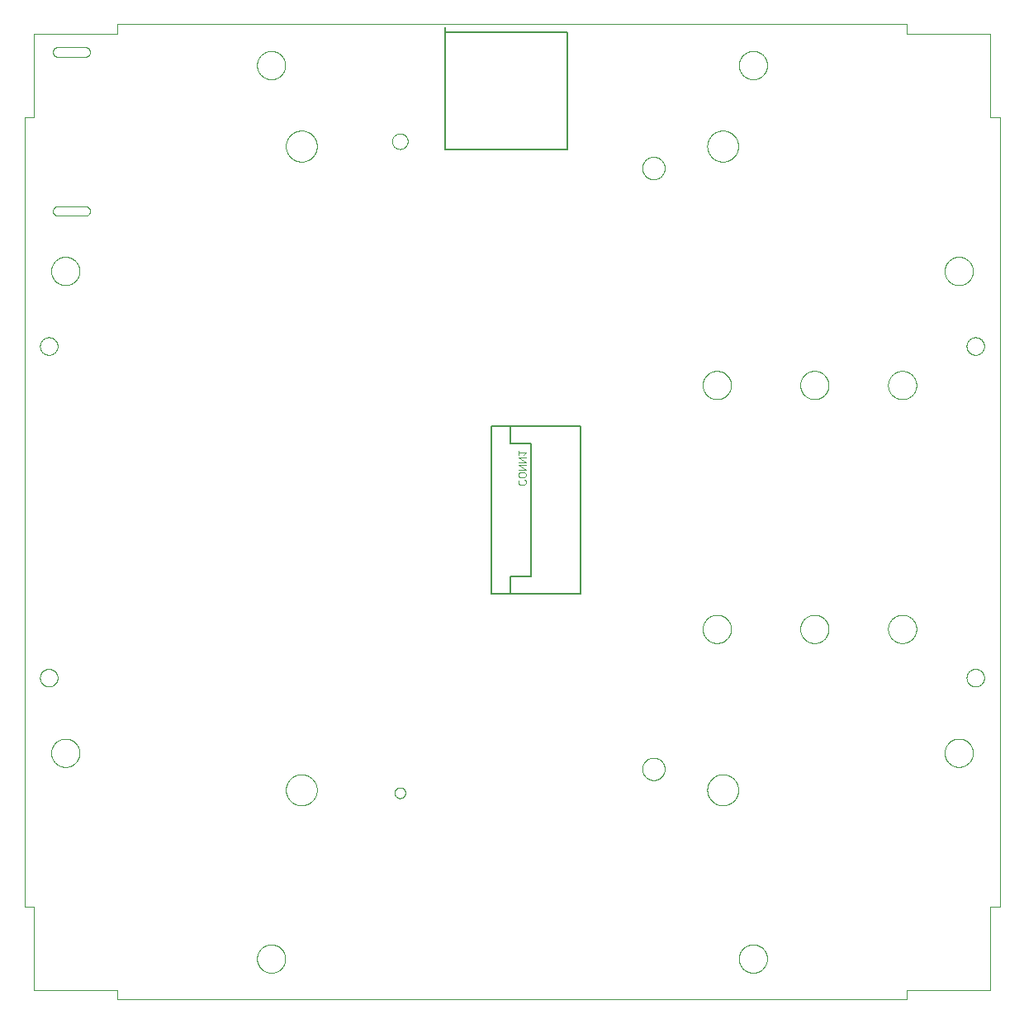
<source format=gbo>
G75*
%MOIN*%
%OFA0B0*%
%FSLAX25Y25*%
%IPPOS*%
%LPD*%
%AMOC8*
5,1,8,0,0,1.08239X$1,22.5*
%
%ADD10C,0.00000*%
%ADD11C,0.00500*%
%ADD12C,0.00300*%
D10*
X0025344Y0022313D02*
X0025344Y0055778D01*
X0021407Y0055778D01*
X0021407Y0374675D01*
X0025344Y0374675D01*
X0025344Y0408140D01*
X0058809Y0408140D01*
X0058809Y0412077D01*
X0377707Y0412077D01*
X0377707Y0408140D01*
X0411171Y0408140D01*
X0411171Y0374675D01*
X0415108Y0374675D01*
X0415108Y0055778D01*
X0411171Y0055778D01*
X0411171Y0022313D01*
X0377707Y0022313D01*
X0377707Y0018376D01*
X0058809Y0018376D01*
X0058809Y0022313D01*
X0025344Y0022313D01*
X0032234Y0117982D02*
X0032236Y0118133D01*
X0032242Y0118283D01*
X0032252Y0118434D01*
X0032266Y0118584D01*
X0032284Y0118733D01*
X0032305Y0118883D01*
X0032331Y0119031D01*
X0032361Y0119179D01*
X0032394Y0119326D01*
X0032432Y0119472D01*
X0032473Y0119617D01*
X0032518Y0119761D01*
X0032567Y0119903D01*
X0032620Y0120044D01*
X0032676Y0120184D01*
X0032736Y0120322D01*
X0032799Y0120459D01*
X0032867Y0120594D01*
X0032937Y0120727D01*
X0033011Y0120858D01*
X0033089Y0120987D01*
X0033170Y0121114D01*
X0033254Y0121239D01*
X0033342Y0121362D01*
X0033433Y0121482D01*
X0033527Y0121600D01*
X0033624Y0121715D01*
X0033724Y0121828D01*
X0033827Y0121938D01*
X0033933Y0122045D01*
X0034042Y0122150D01*
X0034153Y0122251D01*
X0034267Y0122350D01*
X0034383Y0122445D01*
X0034503Y0122538D01*
X0034624Y0122627D01*
X0034748Y0122713D01*
X0034874Y0122796D01*
X0035002Y0122875D01*
X0035132Y0122951D01*
X0035264Y0123024D01*
X0035398Y0123092D01*
X0035534Y0123158D01*
X0035672Y0123220D01*
X0035811Y0123278D01*
X0035951Y0123332D01*
X0036093Y0123383D01*
X0036236Y0123430D01*
X0036381Y0123473D01*
X0036526Y0123512D01*
X0036673Y0123548D01*
X0036820Y0123579D01*
X0036968Y0123607D01*
X0037117Y0123631D01*
X0037266Y0123651D01*
X0037416Y0123667D01*
X0037566Y0123679D01*
X0037717Y0123687D01*
X0037868Y0123691D01*
X0038018Y0123691D01*
X0038169Y0123687D01*
X0038320Y0123679D01*
X0038470Y0123667D01*
X0038620Y0123651D01*
X0038769Y0123631D01*
X0038918Y0123607D01*
X0039066Y0123579D01*
X0039213Y0123548D01*
X0039360Y0123512D01*
X0039505Y0123473D01*
X0039650Y0123430D01*
X0039793Y0123383D01*
X0039935Y0123332D01*
X0040075Y0123278D01*
X0040214Y0123220D01*
X0040352Y0123158D01*
X0040488Y0123092D01*
X0040622Y0123024D01*
X0040754Y0122951D01*
X0040884Y0122875D01*
X0041012Y0122796D01*
X0041138Y0122713D01*
X0041262Y0122627D01*
X0041383Y0122538D01*
X0041503Y0122445D01*
X0041619Y0122350D01*
X0041733Y0122251D01*
X0041844Y0122150D01*
X0041953Y0122045D01*
X0042059Y0121938D01*
X0042162Y0121828D01*
X0042262Y0121715D01*
X0042359Y0121600D01*
X0042453Y0121482D01*
X0042544Y0121362D01*
X0042632Y0121239D01*
X0042716Y0121114D01*
X0042797Y0120987D01*
X0042875Y0120858D01*
X0042949Y0120727D01*
X0043019Y0120594D01*
X0043087Y0120459D01*
X0043150Y0120322D01*
X0043210Y0120184D01*
X0043266Y0120044D01*
X0043319Y0119903D01*
X0043368Y0119761D01*
X0043413Y0119617D01*
X0043454Y0119472D01*
X0043492Y0119326D01*
X0043525Y0119179D01*
X0043555Y0119031D01*
X0043581Y0118883D01*
X0043602Y0118733D01*
X0043620Y0118584D01*
X0043634Y0118434D01*
X0043644Y0118283D01*
X0043650Y0118133D01*
X0043652Y0117982D01*
X0043650Y0117831D01*
X0043644Y0117681D01*
X0043634Y0117530D01*
X0043620Y0117380D01*
X0043602Y0117231D01*
X0043581Y0117081D01*
X0043555Y0116933D01*
X0043525Y0116785D01*
X0043492Y0116638D01*
X0043454Y0116492D01*
X0043413Y0116347D01*
X0043368Y0116203D01*
X0043319Y0116061D01*
X0043266Y0115920D01*
X0043210Y0115780D01*
X0043150Y0115642D01*
X0043087Y0115505D01*
X0043019Y0115370D01*
X0042949Y0115237D01*
X0042875Y0115106D01*
X0042797Y0114977D01*
X0042716Y0114850D01*
X0042632Y0114725D01*
X0042544Y0114602D01*
X0042453Y0114482D01*
X0042359Y0114364D01*
X0042262Y0114249D01*
X0042162Y0114136D01*
X0042059Y0114026D01*
X0041953Y0113919D01*
X0041844Y0113814D01*
X0041733Y0113713D01*
X0041619Y0113614D01*
X0041503Y0113519D01*
X0041383Y0113426D01*
X0041262Y0113337D01*
X0041138Y0113251D01*
X0041012Y0113168D01*
X0040884Y0113089D01*
X0040754Y0113013D01*
X0040622Y0112940D01*
X0040488Y0112872D01*
X0040352Y0112806D01*
X0040214Y0112744D01*
X0040075Y0112686D01*
X0039935Y0112632D01*
X0039793Y0112581D01*
X0039650Y0112534D01*
X0039505Y0112491D01*
X0039360Y0112452D01*
X0039213Y0112416D01*
X0039066Y0112385D01*
X0038918Y0112357D01*
X0038769Y0112333D01*
X0038620Y0112313D01*
X0038470Y0112297D01*
X0038320Y0112285D01*
X0038169Y0112277D01*
X0038018Y0112273D01*
X0037868Y0112273D01*
X0037717Y0112277D01*
X0037566Y0112285D01*
X0037416Y0112297D01*
X0037266Y0112313D01*
X0037117Y0112333D01*
X0036968Y0112357D01*
X0036820Y0112385D01*
X0036673Y0112416D01*
X0036526Y0112452D01*
X0036381Y0112491D01*
X0036236Y0112534D01*
X0036093Y0112581D01*
X0035951Y0112632D01*
X0035811Y0112686D01*
X0035672Y0112744D01*
X0035534Y0112806D01*
X0035398Y0112872D01*
X0035264Y0112940D01*
X0035132Y0113013D01*
X0035002Y0113089D01*
X0034874Y0113168D01*
X0034748Y0113251D01*
X0034624Y0113337D01*
X0034503Y0113426D01*
X0034383Y0113519D01*
X0034267Y0113614D01*
X0034153Y0113713D01*
X0034042Y0113814D01*
X0033933Y0113919D01*
X0033827Y0114026D01*
X0033724Y0114136D01*
X0033624Y0114249D01*
X0033527Y0114364D01*
X0033433Y0114482D01*
X0033342Y0114602D01*
X0033254Y0114725D01*
X0033170Y0114850D01*
X0033089Y0114977D01*
X0033011Y0115106D01*
X0032937Y0115237D01*
X0032867Y0115370D01*
X0032799Y0115505D01*
X0032736Y0115642D01*
X0032676Y0115780D01*
X0032620Y0115920D01*
X0032567Y0116061D01*
X0032518Y0116203D01*
X0032473Y0116347D01*
X0032432Y0116492D01*
X0032394Y0116638D01*
X0032361Y0116785D01*
X0032331Y0116933D01*
X0032305Y0117081D01*
X0032284Y0117231D01*
X0032266Y0117380D01*
X0032252Y0117530D01*
X0032242Y0117681D01*
X0032236Y0117831D01*
X0032234Y0117982D01*
X0027698Y0148297D02*
X0027700Y0148416D01*
X0027706Y0148534D01*
X0027716Y0148653D01*
X0027730Y0148770D01*
X0027747Y0148888D01*
X0027769Y0149005D01*
X0027795Y0149120D01*
X0027824Y0149235D01*
X0027857Y0149349D01*
X0027895Y0149462D01*
X0027935Y0149574D01*
X0027980Y0149684D01*
X0028028Y0149792D01*
X0028080Y0149899D01*
X0028135Y0150004D01*
X0028194Y0150107D01*
X0028256Y0150208D01*
X0028322Y0150307D01*
X0028390Y0150404D01*
X0028462Y0150498D01*
X0028538Y0150590D01*
X0028616Y0150680D01*
X0028697Y0150766D01*
X0028781Y0150850D01*
X0028867Y0150931D01*
X0028957Y0151009D01*
X0029049Y0151085D01*
X0029143Y0151157D01*
X0029240Y0151225D01*
X0029339Y0151291D01*
X0029440Y0151353D01*
X0029543Y0151412D01*
X0029648Y0151467D01*
X0029755Y0151519D01*
X0029863Y0151567D01*
X0029973Y0151612D01*
X0030085Y0151652D01*
X0030198Y0151690D01*
X0030312Y0151723D01*
X0030427Y0151752D01*
X0030542Y0151778D01*
X0030659Y0151800D01*
X0030777Y0151817D01*
X0030894Y0151831D01*
X0031013Y0151841D01*
X0031131Y0151847D01*
X0031250Y0151849D01*
X0031369Y0151847D01*
X0031487Y0151841D01*
X0031606Y0151831D01*
X0031723Y0151817D01*
X0031841Y0151800D01*
X0031958Y0151778D01*
X0032073Y0151752D01*
X0032188Y0151723D01*
X0032302Y0151690D01*
X0032415Y0151652D01*
X0032527Y0151612D01*
X0032637Y0151567D01*
X0032745Y0151519D01*
X0032852Y0151467D01*
X0032957Y0151412D01*
X0033060Y0151353D01*
X0033161Y0151291D01*
X0033260Y0151225D01*
X0033357Y0151157D01*
X0033451Y0151085D01*
X0033543Y0151009D01*
X0033633Y0150931D01*
X0033719Y0150850D01*
X0033803Y0150766D01*
X0033884Y0150680D01*
X0033962Y0150590D01*
X0034038Y0150498D01*
X0034110Y0150404D01*
X0034178Y0150307D01*
X0034244Y0150208D01*
X0034306Y0150107D01*
X0034365Y0150004D01*
X0034420Y0149899D01*
X0034472Y0149792D01*
X0034520Y0149684D01*
X0034565Y0149574D01*
X0034605Y0149462D01*
X0034643Y0149349D01*
X0034676Y0149235D01*
X0034705Y0149120D01*
X0034731Y0149005D01*
X0034753Y0148888D01*
X0034770Y0148770D01*
X0034784Y0148653D01*
X0034794Y0148534D01*
X0034800Y0148416D01*
X0034802Y0148297D01*
X0034800Y0148178D01*
X0034794Y0148060D01*
X0034784Y0147941D01*
X0034770Y0147824D01*
X0034753Y0147706D01*
X0034731Y0147589D01*
X0034705Y0147474D01*
X0034676Y0147359D01*
X0034643Y0147245D01*
X0034605Y0147132D01*
X0034565Y0147020D01*
X0034520Y0146910D01*
X0034472Y0146802D01*
X0034420Y0146695D01*
X0034365Y0146590D01*
X0034306Y0146487D01*
X0034244Y0146386D01*
X0034178Y0146287D01*
X0034110Y0146190D01*
X0034038Y0146096D01*
X0033962Y0146004D01*
X0033884Y0145914D01*
X0033803Y0145828D01*
X0033719Y0145744D01*
X0033633Y0145663D01*
X0033543Y0145585D01*
X0033451Y0145509D01*
X0033357Y0145437D01*
X0033260Y0145369D01*
X0033161Y0145303D01*
X0033060Y0145241D01*
X0032957Y0145182D01*
X0032852Y0145127D01*
X0032745Y0145075D01*
X0032637Y0145027D01*
X0032527Y0144982D01*
X0032415Y0144942D01*
X0032302Y0144904D01*
X0032188Y0144871D01*
X0032073Y0144842D01*
X0031958Y0144816D01*
X0031841Y0144794D01*
X0031723Y0144777D01*
X0031606Y0144763D01*
X0031487Y0144753D01*
X0031369Y0144747D01*
X0031250Y0144745D01*
X0031131Y0144747D01*
X0031013Y0144753D01*
X0030894Y0144763D01*
X0030777Y0144777D01*
X0030659Y0144794D01*
X0030542Y0144816D01*
X0030427Y0144842D01*
X0030312Y0144871D01*
X0030198Y0144904D01*
X0030085Y0144942D01*
X0029973Y0144982D01*
X0029863Y0145027D01*
X0029755Y0145075D01*
X0029648Y0145127D01*
X0029543Y0145182D01*
X0029440Y0145241D01*
X0029339Y0145303D01*
X0029240Y0145369D01*
X0029143Y0145437D01*
X0029049Y0145509D01*
X0028957Y0145585D01*
X0028867Y0145663D01*
X0028781Y0145744D01*
X0028697Y0145828D01*
X0028616Y0145914D01*
X0028538Y0146004D01*
X0028462Y0146096D01*
X0028390Y0146190D01*
X0028322Y0146287D01*
X0028256Y0146386D01*
X0028194Y0146487D01*
X0028135Y0146590D01*
X0028080Y0146695D01*
X0028028Y0146802D01*
X0027980Y0146910D01*
X0027935Y0147020D01*
X0027895Y0147132D01*
X0027857Y0147245D01*
X0027824Y0147359D01*
X0027795Y0147474D01*
X0027769Y0147589D01*
X0027747Y0147706D01*
X0027730Y0147824D01*
X0027716Y0147941D01*
X0027706Y0148060D01*
X0027700Y0148178D01*
X0027698Y0148297D01*
X0126959Y0103022D02*
X0126961Y0103180D01*
X0126967Y0103338D01*
X0126977Y0103495D01*
X0126991Y0103653D01*
X0127009Y0103810D01*
X0127031Y0103966D01*
X0127056Y0104122D01*
X0127086Y0104277D01*
X0127120Y0104431D01*
X0127157Y0104585D01*
X0127199Y0104737D01*
X0127244Y0104889D01*
X0127293Y0105039D01*
X0127346Y0105188D01*
X0127402Y0105335D01*
X0127462Y0105481D01*
X0127526Y0105626D01*
X0127594Y0105769D01*
X0127665Y0105910D01*
X0127739Y0106049D01*
X0127818Y0106186D01*
X0127899Y0106321D01*
X0127984Y0106455D01*
X0128072Y0106586D01*
X0128164Y0106714D01*
X0128259Y0106841D01*
X0128357Y0106965D01*
X0128458Y0107086D01*
X0128562Y0107205D01*
X0128669Y0107321D01*
X0128779Y0107435D01*
X0128891Y0107545D01*
X0129007Y0107653D01*
X0129125Y0107758D01*
X0129246Y0107859D01*
X0129369Y0107958D01*
X0129495Y0108054D01*
X0129623Y0108146D01*
X0129753Y0108235D01*
X0129886Y0108321D01*
X0130021Y0108403D01*
X0130158Y0108482D01*
X0130296Y0108558D01*
X0130437Y0108630D01*
X0130579Y0108698D01*
X0130723Y0108763D01*
X0130869Y0108824D01*
X0131016Y0108882D01*
X0131165Y0108935D01*
X0131315Y0108985D01*
X0131466Y0109031D01*
X0131618Y0109074D01*
X0131771Y0109112D01*
X0131925Y0109147D01*
X0132080Y0109178D01*
X0132236Y0109204D01*
X0132392Y0109227D01*
X0132549Y0109246D01*
X0132706Y0109261D01*
X0132864Y0109272D01*
X0133022Y0109279D01*
X0133180Y0109282D01*
X0133337Y0109281D01*
X0133495Y0109276D01*
X0133653Y0109267D01*
X0133810Y0109254D01*
X0133968Y0109237D01*
X0134124Y0109216D01*
X0134280Y0109191D01*
X0134435Y0109163D01*
X0134590Y0109130D01*
X0134744Y0109093D01*
X0134896Y0109053D01*
X0135048Y0109009D01*
X0135198Y0108961D01*
X0135348Y0108909D01*
X0135496Y0108853D01*
X0135642Y0108794D01*
X0135787Y0108731D01*
X0135930Y0108665D01*
X0136072Y0108594D01*
X0136211Y0108521D01*
X0136349Y0108443D01*
X0136485Y0108363D01*
X0136618Y0108279D01*
X0136750Y0108191D01*
X0136879Y0108100D01*
X0137006Y0108006D01*
X0137131Y0107909D01*
X0137253Y0107809D01*
X0137372Y0107706D01*
X0137489Y0107599D01*
X0137603Y0107490D01*
X0137715Y0107378D01*
X0137823Y0107263D01*
X0137929Y0107146D01*
X0138031Y0107026D01*
X0138131Y0106903D01*
X0138227Y0106778D01*
X0138320Y0106650D01*
X0138410Y0106520D01*
X0138497Y0106388D01*
X0138580Y0106254D01*
X0138660Y0106118D01*
X0138736Y0105979D01*
X0138809Y0105839D01*
X0138879Y0105697D01*
X0138944Y0105554D01*
X0139006Y0105408D01*
X0139065Y0105262D01*
X0139119Y0105113D01*
X0139170Y0104964D01*
X0139217Y0104813D01*
X0139261Y0104661D01*
X0139300Y0104508D01*
X0139336Y0104354D01*
X0139367Y0104200D01*
X0139395Y0104044D01*
X0139419Y0103888D01*
X0139439Y0103731D01*
X0139455Y0103574D01*
X0139467Y0103417D01*
X0139475Y0103259D01*
X0139479Y0103101D01*
X0139479Y0102943D01*
X0139475Y0102785D01*
X0139467Y0102627D01*
X0139455Y0102470D01*
X0139439Y0102313D01*
X0139419Y0102156D01*
X0139395Y0102000D01*
X0139367Y0101844D01*
X0139336Y0101690D01*
X0139300Y0101536D01*
X0139261Y0101383D01*
X0139217Y0101231D01*
X0139170Y0101080D01*
X0139119Y0100931D01*
X0139065Y0100782D01*
X0139006Y0100636D01*
X0138944Y0100490D01*
X0138879Y0100347D01*
X0138809Y0100205D01*
X0138736Y0100065D01*
X0138660Y0099926D01*
X0138580Y0099790D01*
X0138497Y0099656D01*
X0138410Y0099524D01*
X0138320Y0099394D01*
X0138227Y0099266D01*
X0138131Y0099141D01*
X0138031Y0099018D01*
X0137929Y0098898D01*
X0137823Y0098781D01*
X0137715Y0098666D01*
X0137603Y0098554D01*
X0137489Y0098445D01*
X0137372Y0098338D01*
X0137253Y0098235D01*
X0137131Y0098135D01*
X0137006Y0098038D01*
X0136879Y0097944D01*
X0136750Y0097853D01*
X0136618Y0097765D01*
X0136485Y0097681D01*
X0136349Y0097601D01*
X0136211Y0097523D01*
X0136072Y0097450D01*
X0135930Y0097379D01*
X0135787Y0097313D01*
X0135642Y0097250D01*
X0135496Y0097191D01*
X0135348Y0097135D01*
X0135198Y0097083D01*
X0135048Y0097035D01*
X0134896Y0096991D01*
X0134744Y0096951D01*
X0134590Y0096914D01*
X0134435Y0096881D01*
X0134280Y0096853D01*
X0134124Y0096828D01*
X0133968Y0096807D01*
X0133810Y0096790D01*
X0133653Y0096777D01*
X0133495Y0096768D01*
X0133337Y0096763D01*
X0133180Y0096762D01*
X0133022Y0096765D01*
X0132864Y0096772D01*
X0132706Y0096783D01*
X0132549Y0096798D01*
X0132392Y0096817D01*
X0132236Y0096840D01*
X0132080Y0096866D01*
X0131925Y0096897D01*
X0131771Y0096932D01*
X0131618Y0096970D01*
X0131466Y0097013D01*
X0131315Y0097059D01*
X0131165Y0097109D01*
X0131016Y0097162D01*
X0130869Y0097220D01*
X0130723Y0097281D01*
X0130579Y0097346D01*
X0130437Y0097414D01*
X0130296Y0097486D01*
X0130158Y0097562D01*
X0130021Y0097641D01*
X0129886Y0097723D01*
X0129753Y0097809D01*
X0129623Y0097898D01*
X0129495Y0097990D01*
X0129369Y0098086D01*
X0129246Y0098185D01*
X0129125Y0098286D01*
X0129007Y0098391D01*
X0128891Y0098499D01*
X0128779Y0098609D01*
X0128669Y0098723D01*
X0128562Y0098839D01*
X0128458Y0098958D01*
X0128357Y0099079D01*
X0128259Y0099203D01*
X0128164Y0099330D01*
X0128072Y0099458D01*
X0127984Y0099589D01*
X0127899Y0099723D01*
X0127818Y0099858D01*
X0127739Y0099995D01*
X0127665Y0100134D01*
X0127594Y0100275D01*
X0127526Y0100418D01*
X0127462Y0100563D01*
X0127402Y0100709D01*
X0127346Y0100856D01*
X0127293Y0101005D01*
X0127244Y0101155D01*
X0127199Y0101307D01*
X0127157Y0101459D01*
X0127120Y0101613D01*
X0127086Y0101767D01*
X0127056Y0101922D01*
X0127031Y0102078D01*
X0127009Y0102234D01*
X0126991Y0102391D01*
X0126977Y0102549D01*
X0126967Y0102706D01*
X0126961Y0102864D01*
X0126959Y0103022D01*
X0170817Y0101841D02*
X0170819Y0101934D01*
X0170825Y0102026D01*
X0170835Y0102118D01*
X0170849Y0102209D01*
X0170866Y0102300D01*
X0170888Y0102390D01*
X0170913Y0102479D01*
X0170942Y0102567D01*
X0170975Y0102653D01*
X0171012Y0102738D01*
X0171052Y0102822D01*
X0171096Y0102903D01*
X0171143Y0102983D01*
X0171193Y0103061D01*
X0171247Y0103136D01*
X0171304Y0103209D01*
X0171364Y0103279D01*
X0171427Y0103347D01*
X0171493Y0103412D01*
X0171561Y0103474D01*
X0171632Y0103534D01*
X0171706Y0103590D01*
X0171782Y0103643D01*
X0171860Y0103692D01*
X0171940Y0103739D01*
X0172022Y0103781D01*
X0172106Y0103821D01*
X0172191Y0103856D01*
X0172278Y0103888D01*
X0172366Y0103917D01*
X0172455Y0103941D01*
X0172545Y0103962D01*
X0172636Y0103978D01*
X0172728Y0103991D01*
X0172820Y0104000D01*
X0172913Y0104005D01*
X0173005Y0104006D01*
X0173098Y0104003D01*
X0173190Y0103996D01*
X0173282Y0103985D01*
X0173373Y0103970D01*
X0173464Y0103952D01*
X0173554Y0103929D01*
X0173642Y0103903D01*
X0173730Y0103873D01*
X0173816Y0103839D01*
X0173900Y0103802D01*
X0173983Y0103760D01*
X0174064Y0103716D01*
X0174144Y0103668D01*
X0174221Y0103617D01*
X0174295Y0103562D01*
X0174368Y0103504D01*
X0174438Y0103444D01*
X0174505Y0103380D01*
X0174569Y0103314D01*
X0174631Y0103244D01*
X0174689Y0103173D01*
X0174744Y0103099D01*
X0174796Y0103022D01*
X0174845Y0102943D01*
X0174891Y0102863D01*
X0174933Y0102780D01*
X0174971Y0102696D01*
X0175006Y0102610D01*
X0175037Y0102523D01*
X0175064Y0102435D01*
X0175087Y0102345D01*
X0175107Y0102255D01*
X0175123Y0102164D01*
X0175135Y0102072D01*
X0175143Y0101980D01*
X0175147Y0101887D01*
X0175147Y0101795D01*
X0175143Y0101702D01*
X0175135Y0101610D01*
X0175123Y0101518D01*
X0175107Y0101427D01*
X0175087Y0101337D01*
X0175064Y0101247D01*
X0175037Y0101159D01*
X0175006Y0101072D01*
X0174971Y0100986D01*
X0174933Y0100902D01*
X0174891Y0100819D01*
X0174845Y0100739D01*
X0174796Y0100660D01*
X0174744Y0100583D01*
X0174689Y0100509D01*
X0174631Y0100438D01*
X0174569Y0100368D01*
X0174505Y0100302D01*
X0174438Y0100238D01*
X0174368Y0100178D01*
X0174295Y0100120D01*
X0174221Y0100065D01*
X0174144Y0100014D01*
X0174065Y0099966D01*
X0173983Y0099922D01*
X0173900Y0099880D01*
X0173816Y0099843D01*
X0173730Y0099809D01*
X0173642Y0099779D01*
X0173554Y0099753D01*
X0173464Y0099730D01*
X0173373Y0099712D01*
X0173282Y0099697D01*
X0173190Y0099686D01*
X0173098Y0099679D01*
X0173005Y0099676D01*
X0172913Y0099677D01*
X0172820Y0099682D01*
X0172728Y0099691D01*
X0172636Y0099704D01*
X0172545Y0099720D01*
X0172455Y0099741D01*
X0172366Y0099765D01*
X0172278Y0099794D01*
X0172191Y0099826D01*
X0172106Y0099861D01*
X0172022Y0099901D01*
X0171940Y0099943D01*
X0171860Y0099990D01*
X0171782Y0100039D01*
X0171706Y0100092D01*
X0171632Y0100148D01*
X0171561Y0100208D01*
X0171493Y0100270D01*
X0171427Y0100335D01*
X0171364Y0100403D01*
X0171304Y0100473D01*
X0171247Y0100546D01*
X0171193Y0100621D01*
X0171143Y0100699D01*
X0171096Y0100779D01*
X0171052Y0100860D01*
X0171012Y0100944D01*
X0170975Y0101029D01*
X0170942Y0101115D01*
X0170913Y0101203D01*
X0170888Y0101292D01*
X0170866Y0101382D01*
X0170849Y0101473D01*
X0170835Y0101564D01*
X0170825Y0101656D01*
X0170819Y0101748D01*
X0170817Y0101841D01*
X0115305Y0034911D02*
X0115307Y0035062D01*
X0115313Y0035212D01*
X0115323Y0035363D01*
X0115337Y0035513D01*
X0115355Y0035662D01*
X0115376Y0035812D01*
X0115402Y0035960D01*
X0115432Y0036108D01*
X0115465Y0036255D01*
X0115503Y0036401D01*
X0115544Y0036546D01*
X0115589Y0036690D01*
X0115638Y0036832D01*
X0115691Y0036973D01*
X0115747Y0037113D01*
X0115807Y0037251D01*
X0115870Y0037388D01*
X0115938Y0037523D01*
X0116008Y0037656D01*
X0116082Y0037787D01*
X0116160Y0037916D01*
X0116241Y0038043D01*
X0116325Y0038168D01*
X0116413Y0038291D01*
X0116504Y0038411D01*
X0116598Y0038529D01*
X0116695Y0038644D01*
X0116795Y0038757D01*
X0116898Y0038867D01*
X0117004Y0038974D01*
X0117113Y0039079D01*
X0117224Y0039180D01*
X0117338Y0039279D01*
X0117454Y0039374D01*
X0117574Y0039467D01*
X0117695Y0039556D01*
X0117819Y0039642D01*
X0117945Y0039725D01*
X0118073Y0039804D01*
X0118203Y0039880D01*
X0118335Y0039953D01*
X0118469Y0040021D01*
X0118605Y0040087D01*
X0118743Y0040149D01*
X0118882Y0040207D01*
X0119022Y0040261D01*
X0119164Y0040312D01*
X0119307Y0040359D01*
X0119452Y0040402D01*
X0119597Y0040441D01*
X0119744Y0040477D01*
X0119891Y0040508D01*
X0120039Y0040536D01*
X0120188Y0040560D01*
X0120337Y0040580D01*
X0120487Y0040596D01*
X0120637Y0040608D01*
X0120788Y0040616D01*
X0120939Y0040620D01*
X0121089Y0040620D01*
X0121240Y0040616D01*
X0121391Y0040608D01*
X0121541Y0040596D01*
X0121691Y0040580D01*
X0121840Y0040560D01*
X0121989Y0040536D01*
X0122137Y0040508D01*
X0122284Y0040477D01*
X0122431Y0040441D01*
X0122576Y0040402D01*
X0122721Y0040359D01*
X0122864Y0040312D01*
X0123006Y0040261D01*
X0123146Y0040207D01*
X0123285Y0040149D01*
X0123423Y0040087D01*
X0123559Y0040021D01*
X0123693Y0039953D01*
X0123825Y0039880D01*
X0123955Y0039804D01*
X0124083Y0039725D01*
X0124209Y0039642D01*
X0124333Y0039556D01*
X0124454Y0039467D01*
X0124574Y0039374D01*
X0124690Y0039279D01*
X0124804Y0039180D01*
X0124915Y0039079D01*
X0125024Y0038974D01*
X0125130Y0038867D01*
X0125233Y0038757D01*
X0125333Y0038644D01*
X0125430Y0038529D01*
X0125524Y0038411D01*
X0125615Y0038291D01*
X0125703Y0038168D01*
X0125787Y0038043D01*
X0125868Y0037916D01*
X0125946Y0037787D01*
X0126020Y0037656D01*
X0126090Y0037523D01*
X0126158Y0037388D01*
X0126221Y0037251D01*
X0126281Y0037113D01*
X0126337Y0036973D01*
X0126390Y0036832D01*
X0126439Y0036690D01*
X0126484Y0036546D01*
X0126525Y0036401D01*
X0126563Y0036255D01*
X0126596Y0036108D01*
X0126626Y0035960D01*
X0126652Y0035812D01*
X0126673Y0035662D01*
X0126691Y0035513D01*
X0126705Y0035363D01*
X0126715Y0035212D01*
X0126721Y0035062D01*
X0126723Y0034911D01*
X0126721Y0034760D01*
X0126715Y0034610D01*
X0126705Y0034459D01*
X0126691Y0034309D01*
X0126673Y0034160D01*
X0126652Y0034010D01*
X0126626Y0033862D01*
X0126596Y0033714D01*
X0126563Y0033567D01*
X0126525Y0033421D01*
X0126484Y0033276D01*
X0126439Y0033132D01*
X0126390Y0032990D01*
X0126337Y0032849D01*
X0126281Y0032709D01*
X0126221Y0032571D01*
X0126158Y0032434D01*
X0126090Y0032299D01*
X0126020Y0032166D01*
X0125946Y0032035D01*
X0125868Y0031906D01*
X0125787Y0031779D01*
X0125703Y0031654D01*
X0125615Y0031531D01*
X0125524Y0031411D01*
X0125430Y0031293D01*
X0125333Y0031178D01*
X0125233Y0031065D01*
X0125130Y0030955D01*
X0125024Y0030848D01*
X0124915Y0030743D01*
X0124804Y0030642D01*
X0124690Y0030543D01*
X0124574Y0030448D01*
X0124454Y0030355D01*
X0124333Y0030266D01*
X0124209Y0030180D01*
X0124083Y0030097D01*
X0123955Y0030018D01*
X0123825Y0029942D01*
X0123693Y0029869D01*
X0123559Y0029801D01*
X0123423Y0029735D01*
X0123285Y0029673D01*
X0123146Y0029615D01*
X0123006Y0029561D01*
X0122864Y0029510D01*
X0122721Y0029463D01*
X0122576Y0029420D01*
X0122431Y0029381D01*
X0122284Y0029345D01*
X0122137Y0029314D01*
X0121989Y0029286D01*
X0121840Y0029262D01*
X0121691Y0029242D01*
X0121541Y0029226D01*
X0121391Y0029214D01*
X0121240Y0029206D01*
X0121089Y0029202D01*
X0120939Y0029202D01*
X0120788Y0029206D01*
X0120637Y0029214D01*
X0120487Y0029226D01*
X0120337Y0029242D01*
X0120188Y0029262D01*
X0120039Y0029286D01*
X0119891Y0029314D01*
X0119744Y0029345D01*
X0119597Y0029381D01*
X0119452Y0029420D01*
X0119307Y0029463D01*
X0119164Y0029510D01*
X0119022Y0029561D01*
X0118882Y0029615D01*
X0118743Y0029673D01*
X0118605Y0029735D01*
X0118469Y0029801D01*
X0118335Y0029869D01*
X0118203Y0029942D01*
X0118073Y0030018D01*
X0117945Y0030097D01*
X0117819Y0030180D01*
X0117695Y0030266D01*
X0117574Y0030355D01*
X0117454Y0030448D01*
X0117338Y0030543D01*
X0117224Y0030642D01*
X0117113Y0030743D01*
X0117004Y0030848D01*
X0116898Y0030955D01*
X0116795Y0031065D01*
X0116695Y0031178D01*
X0116598Y0031293D01*
X0116504Y0031411D01*
X0116413Y0031531D01*
X0116325Y0031654D01*
X0116241Y0031779D01*
X0116160Y0031906D01*
X0116082Y0032035D01*
X0116008Y0032166D01*
X0115938Y0032299D01*
X0115870Y0032434D01*
X0115807Y0032571D01*
X0115747Y0032709D01*
X0115691Y0032849D01*
X0115638Y0032990D01*
X0115589Y0033132D01*
X0115544Y0033276D01*
X0115503Y0033421D01*
X0115465Y0033567D01*
X0115432Y0033714D01*
X0115402Y0033862D01*
X0115376Y0034010D01*
X0115355Y0034160D01*
X0115337Y0034309D01*
X0115323Y0034459D01*
X0115313Y0034610D01*
X0115307Y0034760D01*
X0115305Y0034911D01*
X0270816Y0111486D02*
X0270818Y0111620D01*
X0270824Y0111754D01*
X0270834Y0111888D01*
X0270848Y0112022D01*
X0270866Y0112155D01*
X0270887Y0112287D01*
X0270913Y0112419D01*
X0270943Y0112550D01*
X0270976Y0112680D01*
X0271013Y0112808D01*
X0271055Y0112936D01*
X0271099Y0113063D01*
X0271148Y0113188D01*
X0271200Y0113311D01*
X0271256Y0113433D01*
X0271316Y0113554D01*
X0271379Y0113672D01*
X0271445Y0113789D01*
X0271515Y0113903D01*
X0271588Y0114016D01*
X0271665Y0114126D01*
X0271745Y0114234D01*
X0271828Y0114339D01*
X0271914Y0114442D01*
X0272003Y0114542D01*
X0272095Y0114640D01*
X0272190Y0114735D01*
X0272288Y0114827D01*
X0272388Y0114916D01*
X0272491Y0115002D01*
X0272596Y0115085D01*
X0272704Y0115165D01*
X0272814Y0115242D01*
X0272927Y0115315D01*
X0273041Y0115385D01*
X0273158Y0115451D01*
X0273276Y0115514D01*
X0273397Y0115574D01*
X0273519Y0115630D01*
X0273642Y0115682D01*
X0273767Y0115731D01*
X0273894Y0115775D01*
X0274022Y0115817D01*
X0274150Y0115854D01*
X0274280Y0115887D01*
X0274411Y0115917D01*
X0274543Y0115943D01*
X0274675Y0115964D01*
X0274808Y0115982D01*
X0274942Y0115996D01*
X0275076Y0116006D01*
X0275210Y0116012D01*
X0275344Y0116014D01*
X0275478Y0116012D01*
X0275612Y0116006D01*
X0275746Y0115996D01*
X0275880Y0115982D01*
X0276013Y0115964D01*
X0276145Y0115943D01*
X0276277Y0115917D01*
X0276408Y0115887D01*
X0276538Y0115854D01*
X0276666Y0115817D01*
X0276794Y0115775D01*
X0276921Y0115731D01*
X0277046Y0115682D01*
X0277169Y0115630D01*
X0277291Y0115574D01*
X0277412Y0115514D01*
X0277530Y0115451D01*
X0277647Y0115385D01*
X0277761Y0115315D01*
X0277874Y0115242D01*
X0277984Y0115165D01*
X0278092Y0115085D01*
X0278197Y0115002D01*
X0278300Y0114916D01*
X0278400Y0114827D01*
X0278498Y0114735D01*
X0278593Y0114640D01*
X0278685Y0114542D01*
X0278774Y0114442D01*
X0278860Y0114339D01*
X0278943Y0114234D01*
X0279023Y0114126D01*
X0279100Y0114016D01*
X0279173Y0113903D01*
X0279243Y0113789D01*
X0279309Y0113672D01*
X0279372Y0113554D01*
X0279432Y0113433D01*
X0279488Y0113311D01*
X0279540Y0113188D01*
X0279589Y0113063D01*
X0279633Y0112936D01*
X0279675Y0112808D01*
X0279712Y0112680D01*
X0279745Y0112550D01*
X0279775Y0112419D01*
X0279801Y0112287D01*
X0279822Y0112155D01*
X0279840Y0112022D01*
X0279854Y0111888D01*
X0279864Y0111754D01*
X0279870Y0111620D01*
X0279872Y0111486D01*
X0279870Y0111352D01*
X0279864Y0111218D01*
X0279854Y0111084D01*
X0279840Y0110950D01*
X0279822Y0110817D01*
X0279801Y0110685D01*
X0279775Y0110553D01*
X0279745Y0110422D01*
X0279712Y0110292D01*
X0279675Y0110164D01*
X0279633Y0110036D01*
X0279589Y0109909D01*
X0279540Y0109784D01*
X0279488Y0109661D01*
X0279432Y0109539D01*
X0279372Y0109418D01*
X0279309Y0109300D01*
X0279243Y0109183D01*
X0279173Y0109069D01*
X0279100Y0108956D01*
X0279023Y0108846D01*
X0278943Y0108738D01*
X0278860Y0108633D01*
X0278774Y0108530D01*
X0278685Y0108430D01*
X0278593Y0108332D01*
X0278498Y0108237D01*
X0278400Y0108145D01*
X0278300Y0108056D01*
X0278197Y0107970D01*
X0278092Y0107887D01*
X0277984Y0107807D01*
X0277874Y0107730D01*
X0277761Y0107657D01*
X0277647Y0107587D01*
X0277530Y0107521D01*
X0277412Y0107458D01*
X0277291Y0107398D01*
X0277169Y0107342D01*
X0277046Y0107290D01*
X0276921Y0107241D01*
X0276794Y0107197D01*
X0276666Y0107155D01*
X0276538Y0107118D01*
X0276408Y0107085D01*
X0276277Y0107055D01*
X0276145Y0107029D01*
X0276013Y0107008D01*
X0275880Y0106990D01*
X0275746Y0106976D01*
X0275612Y0106966D01*
X0275478Y0106960D01*
X0275344Y0106958D01*
X0275210Y0106960D01*
X0275076Y0106966D01*
X0274942Y0106976D01*
X0274808Y0106990D01*
X0274675Y0107008D01*
X0274543Y0107029D01*
X0274411Y0107055D01*
X0274280Y0107085D01*
X0274150Y0107118D01*
X0274022Y0107155D01*
X0273894Y0107197D01*
X0273767Y0107241D01*
X0273642Y0107290D01*
X0273519Y0107342D01*
X0273397Y0107398D01*
X0273276Y0107458D01*
X0273158Y0107521D01*
X0273041Y0107587D01*
X0272927Y0107657D01*
X0272814Y0107730D01*
X0272704Y0107807D01*
X0272596Y0107887D01*
X0272491Y0107970D01*
X0272388Y0108056D01*
X0272288Y0108145D01*
X0272190Y0108237D01*
X0272095Y0108332D01*
X0272003Y0108430D01*
X0271914Y0108530D01*
X0271828Y0108633D01*
X0271745Y0108738D01*
X0271665Y0108846D01*
X0271588Y0108956D01*
X0271515Y0109069D01*
X0271445Y0109183D01*
X0271379Y0109300D01*
X0271316Y0109418D01*
X0271256Y0109539D01*
X0271200Y0109661D01*
X0271148Y0109784D01*
X0271099Y0109909D01*
X0271055Y0110036D01*
X0271013Y0110164D01*
X0270976Y0110292D01*
X0270943Y0110422D01*
X0270913Y0110553D01*
X0270887Y0110685D01*
X0270866Y0110817D01*
X0270848Y0110950D01*
X0270834Y0111084D01*
X0270824Y0111218D01*
X0270818Y0111352D01*
X0270816Y0111486D01*
X0297037Y0103022D02*
X0297039Y0103180D01*
X0297045Y0103338D01*
X0297055Y0103495D01*
X0297069Y0103653D01*
X0297087Y0103810D01*
X0297109Y0103966D01*
X0297134Y0104122D01*
X0297164Y0104277D01*
X0297198Y0104431D01*
X0297235Y0104585D01*
X0297277Y0104737D01*
X0297322Y0104889D01*
X0297371Y0105039D01*
X0297424Y0105188D01*
X0297480Y0105335D01*
X0297540Y0105481D01*
X0297604Y0105626D01*
X0297672Y0105769D01*
X0297743Y0105910D01*
X0297817Y0106049D01*
X0297896Y0106186D01*
X0297977Y0106321D01*
X0298062Y0106455D01*
X0298150Y0106586D01*
X0298242Y0106714D01*
X0298337Y0106841D01*
X0298435Y0106965D01*
X0298536Y0107086D01*
X0298640Y0107205D01*
X0298747Y0107321D01*
X0298857Y0107435D01*
X0298969Y0107545D01*
X0299085Y0107653D01*
X0299203Y0107758D01*
X0299324Y0107859D01*
X0299447Y0107958D01*
X0299573Y0108054D01*
X0299701Y0108146D01*
X0299831Y0108235D01*
X0299964Y0108321D01*
X0300099Y0108403D01*
X0300236Y0108482D01*
X0300374Y0108558D01*
X0300515Y0108630D01*
X0300657Y0108698D01*
X0300801Y0108763D01*
X0300947Y0108824D01*
X0301094Y0108882D01*
X0301243Y0108935D01*
X0301393Y0108985D01*
X0301544Y0109031D01*
X0301696Y0109074D01*
X0301849Y0109112D01*
X0302003Y0109147D01*
X0302158Y0109178D01*
X0302314Y0109204D01*
X0302470Y0109227D01*
X0302627Y0109246D01*
X0302784Y0109261D01*
X0302942Y0109272D01*
X0303100Y0109279D01*
X0303258Y0109282D01*
X0303415Y0109281D01*
X0303573Y0109276D01*
X0303731Y0109267D01*
X0303888Y0109254D01*
X0304046Y0109237D01*
X0304202Y0109216D01*
X0304358Y0109191D01*
X0304513Y0109163D01*
X0304668Y0109130D01*
X0304822Y0109093D01*
X0304974Y0109053D01*
X0305126Y0109009D01*
X0305276Y0108961D01*
X0305426Y0108909D01*
X0305574Y0108853D01*
X0305720Y0108794D01*
X0305865Y0108731D01*
X0306008Y0108665D01*
X0306150Y0108594D01*
X0306289Y0108521D01*
X0306427Y0108443D01*
X0306563Y0108363D01*
X0306696Y0108279D01*
X0306828Y0108191D01*
X0306957Y0108100D01*
X0307084Y0108006D01*
X0307209Y0107909D01*
X0307331Y0107809D01*
X0307450Y0107706D01*
X0307567Y0107599D01*
X0307681Y0107490D01*
X0307793Y0107378D01*
X0307901Y0107263D01*
X0308007Y0107146D01*
X0308109Y0107026D01*
X0308209Y0106903D01*
X0308305Y0106778D01*
X0308398Y0106650D01*
X0308488Y0106520D01*
X0308575Y0106388D01*
X0308658Y0106254D01*
X0308738Y0106118D01*
X0308814Y0105979D01*
X0308887Y0105839D01*
X0308957Y0105697D01*
X0309022Y0105554D01*
X0309084Y0105408D01*
X0309143Y0105262D01*
X0309197Y0105113D01*
X0309248Y0104964D01*
X0309295Y0104813D01*
X0309339Y0104661D01*
X0309378Y0104508D01*
X0309414Y0104354D01*
X0309445Y0104200D01*
X0309473Y0104044D01*
X0309497Y0103888D01*
X0309517Y0103731D01*
X0309533Y0103574D01*
X0309545Y0103417D01*
X0309553Y0103259D01*
X0309557Y0103101D01*
X0309557Y0102943D01*
X0309553Y0102785D01*
X0309545Y0102627D01*
X0309533Y0102470D01*
X0309517Y0102313D01*
X0309497Y0102156D01*
X0309473Y0102000D01*
X0309445Y0101844D01*
X0309414Y0101690D01*
X0309378Y0101536D01*
X0309339Y0101383D01*
X0309295Y0101231D01*
X0309248Y0101080D01*
X0309197Y0100931D01*
X0309143Y0100782D01*
X0309084Y0100636D01*
X0309022Y0100490D01*
X0308957Y0100347D01*
X0308887Y0100205D01*
X0308814Y0100065D01*
X0308738Y0099926D01*
X0308658Y0099790D01*
X0308575Y0099656D01*
X0308488Y0099524D01*
X0308398Y0099394D01*
X0308305Y0099266D01*
X0308209Y0099141D01*
X0308109Y0099018D01*
X0308007Y0098898D01*
X0307901Y0098781D01*
X0307793Y0098666D01*
X0307681Y0098554D01*
X0307567Y0098445D01*
X0307450Y0098338D01*
X0307331Y0098235D01*
X0307209Y0098135D01*
X0307084Y0098038D01*
X0306957Y0097944D01*
X0306828Y0097853D01*
X0306696Y0097765D01*
X0306563Y0097681D01*
X0306427Y0097601D01*
X0306289Y0097523D01*
X0306150Y0097450D01*
X0306008Y0097379D01*
X0305865Y0097313D01*
X0305720Y0097250D01*
X0305574Y0097191D01*
X0305426Y0097135D01*
X0305276Y0097083D01*
X0305126Y0097035D01*
X0304974Y0096991D01*
X0304822Y0096951D01*
X0304668Y0096914D01*
X0304513Y0096881D01*
X0304358Y0096853D01*
X0304202Y0096828D01*
X0304046Y0096807D01*
X0303888Y0096790D01*
X0303731Y0096777D01*
X0303573Y0096768D01*
X0303415Y0096763D01*
X0303258Y0096762D01*
X0303100Y0096765D01*
X0302942Y0096772D01*
X0302784Y0096783D01*
X0302627Y0096798D01*
X0302470Y0096817D01*
X0302314Y0096840D01*
X0302158Y0096866D01*
X0302003Y0096897D01*
X0301849Y0096932D01*
X0301696Y0096970D01*
X0301544Y0097013D01*
X0301393Y0097059D01*
X0301243Y0097109D01*
X0301094Y0097162D01*
X0300947Y0097220D01*
X0300801Y0097281D01*
X0300657Y0097346D01*
X0300515Y0097414D01*
X0300374Y0097486D01*
X0300236Y0097562D01*
X0300099Y0097641D01*
X0299964Y0097723D01*
X0299831Y0097809D01*
X0299701Y0097898D01*
X0299573Y0097990D01*
X0299447Y0098086D01*
X0299324Y0098185D01*
X0299203Y0098286D01*
X0299085Y0098391D01*
X0298969Y0098499D01*
X0298857Y0098609D01*
X0298747Y0098723D01*
X0298640Y0098839D01*
X0298536Y0098958D01*
X0298435Y0099079D01*
X0298337Y0099203D01*
X0298242Y0099330D01*
X0298150Y0099458D01*
X0298062Y0099589D01*
X0297977Y0099723D01*
X0297896Y0099858D01*
X0297817Y0099995D01*
X0297743Y0100134D01*
X0297672Y0100275D01*
X0297604Y0100418D01*
X0297540Y0100563D01*
X0297480Y0100709D01*
X0297424Y0100856D01*
X0297371Y0101005D01*
X0297322Y0101155D01*
X0297277Y0101307D01*
X0297235Y0101459D01*
X0297198Y0101613D01*
X0297164Y0101767D01*
X0297134Y0101922D01*
X0297109Y0102078D01*
X0297087Y0102234D01*
X0297069Y0102391D01*
X0297055Y0102549D01*
X0297045Y0102706D01*
X0297039Y0102864D01*
X0297037Y0103022D01*
X0295226Y0167982D02*
X0295228Y0168133D01*
X0295234Y0168283D01*
X0295244Y0168434D01*
X0295258Y0168584D01*
X0295276Y0168733D01*
X0295297Y0168883D01*
X0295323Y0169031D01*
X0295353Y0169179D01*
X0295386Y0169326D01*
X0295424Y0169472D01*
X0295465Y0169617D01*
X0295510Y0169761D01*
X0295559Y0169903D01*
X0295612Y0170044D01*
X0295668Y0170184D01*
X0295728Y0170322D01*
X0295791Y0170459D01*
X0295859Y0170594D01*
X0295929Y0170727D01*
X0296003Y0170858D01*
X0296081Y0170987D01*
X0296162Y0171114D01*
X0296246Y0171239D01*
X0296334Y0171362D01*
X0296425Y0171482D01*
X0296519Y0171600D01*
X0296616Y0171715D01*
X0296716Y0171828D01*
X0296819Y0171938D01*
X0296925Y0172045D01*
X0297034Y0172150D01*
X0297145Y0172251D01*
X0297259Y0172350D01*
X0297375Y0172445D01*
X0297495Y0172538D01*
X0297616Y0172627D01*
X0297740Y0172713D01*
X0297866Y0172796D01*
X0297994Y0172875D01*
X0298124Y0172951D01*
X0298256Y0173024D01*
X0298390Y0173092D01*
X0298526Y0173158D01*
X0298664Y0173220D01*
X0298803Y0173278D01*
X0298943Y0173332D01*
X0299085Y0173383D01*
X0299228Y0173430D01*
X0299373Y0173473D01*
X0299518Y0173512D01*
X0299665Y0173548D01*
X0299812Y0173579D01*
X0299960Y0173607D01*
X0300109Y0173631D01*
X0300258Y0173651D01*
X0300408Y0173667D01*
X0300558Y0173679D01*
X0300709Y0173687D01*
X0300860Y0173691D01*
X0301010Y0173691D01*
X0301161Y0173687D01*
X0301312Y0173679D01*
X0301462Y0173667D01*
X0301612Y0173651D01*
X0301761Y0173631D01*
X0301910Y0173607D01*
X0302058Y0173579D01*
X0302205Y0173548D01*
X0302352Y0173512D01*
X0302497Y0173473D01*
X0302642Y0173430D01*
X0302785Y0173383D01*
X0302927Y0173332D01*
X0303067Y0173278D01*
X0303206Y0173220D01*
X0303344Y0173158D01*
X0303480Y0173092D01*
X0303614Y0173024D01*
X0303746Y0172951D01*
X0303876Y0172875D01*
X0304004Y0172796D01*
X0304130Y0172713D01*
X0304254Y0172627D01*
X0304375Y0172538D01*
X0304495Y0172445D01*
X0304611Y0172350D01*
X0304725Y0172251D01*
X0304836Y0172150D01*
X0304945Y0172045D01*
X0305051Y0171938D01*
X0305154Y0171828D01*
X0305254Y0171715D01*
X0305351Y0171600D01*
X0305445Y0171482D01*
X0305536Y0171362D01*
X0305624Y0171239D01*
X0305708Y0171114D01*
X0305789Y0170987D01*
X0305867Y0170858D01*
X0305941Y0170727D01*
X0306011Y0170594D01*
X0306079Y0170459D01*
X0306142Y0170322D01*
X0306202Y0170184D01*
X0306258Y0170044D01*
X0306311Y0169903D01*
X0306360Y0169761D01*
X0306405Y0169617D01*
X0306446Y0169472D01*
X0306484Y0169326D01*
X0306517Y0169179D01*
X0306547Y0169031D01*
X0306573Y0168883D01*
X0306594Y0168733D01*
X0306612Y0168584D01*
X0306626Y0168434D01*
X0306636Y0168283D01*
X0306642Y0168133D01*
X0306644Y0167982D01*
X0306642Y0167831D01*
X0306636Y0167681D01*
X0306626Y0167530D01*
X0306612Y0167380D01*
X0306594Y0167231D01*
X0306573Y0167081D01*
X0306547Y0166933D01*
X0306517Y0166785D01*
X0306484Y0166638D01*
X0306446Y0166492D01*
X0306405Y0166347D01*
X0306360Y0166203D01*
X0306311Y0166061D01*
X0306258Y0165920D01*
X0306202Y0165780D01*
X0306142Y0165642D01*
X0306079Y0165505D01*
X0306011Y0165370D01*
X0305941Y0165237D01*
X0305867Y0165106D01*
X0305789Y0164977D01*
X0305708Y0164850D01*
X0305624Y0164725D01*
X0305536Y0164602D01*
X0305445Y0164482D01*
X0305351Y0164364D01*
X0305254Y0164249D01*
X0305154Y0164136D01*
X0305051Y0164026D01*
X0304945Y0163919D01*
X0304836Y0163814D01*
X0304725Y0163713D01*
X0304611Y0163614D01*
X0304495Y0163519D01*
X0304375Y0163426D01*
X0304254Y0163337D01*
X0304130Y0163251D01*
X0304004Y0163168D01*
X0303876Y0163089D01*
X0303746Y0163013D01*
X0303614Y0162940D01*
X0303480Y0162872D01*
X0303344Y0162806D01*
X0303206Y0162744D01*
X0303067Y0162686D01*
X0302927Y0162632D01*
X0302785Y0162581D01*
X0302642Y0162534D01*
X0302497Y0162491D01*
X0302352Y0162452D01*
X0302205Y0162416D01*
X0302058Y0162385D01*
X0301910Y0162357D01*
X0301761Y0162333D01*
X0301612Y0162313D01*
X0301462Y0162297D01*
X0301312Y0162285D01*
X0301161Y0162277D01*
X0301010Y0162273D01*
X0300860Y0162273D01*
X0300709Y0162277D01*
X0300558Y0162285D01*
X0300408Y0162297D01*
X0300258Y0162313D01*
X0300109Y0162333D01*
X0299960Y0162357D01*
X0299812Y0162385D01*
X0299665Y0162416D01*
X0299518Y0162452D01*
X0299373Y0162491D01*
X0299228Y0162534D01*
X0299085Y0162581D01*
X0298943Y0162632D01*
X0298803Y0162686D01*
X0298664Y0162744D01*
X0298526Y0162806D01*
X0298390Y0162872D01*
X0298256Y0162940D01*
X0298124Y0163013D01*
X0297994Y0163089D01*
X0297866Y0163168D01*
X0297740Y0163251D01*
X0297616Y0163337D01*
X0297495Y0163426D01*
X0297375Y0163519D01*
X0297259Y0163614D01*
X0297145Y0163713D01*
X0297034Y0163814D01*
X0296925Y0163919D01*
X0296819Y0164026D01*
X0296716Y0164136D01*
X0296616Y0164249D01*
X0296519Y0164364D01*
X0296425Y0164482D01*
X0296334Y0164602D01*
X0296246Y0164725D01*
X0296162Y0164850D01*
X0296081Y0164977D01*
X0296003Y0165106D01*
X0295929Y0165237D01*
X0295859Y0165370D01*
X0295791Y0165505D01*
X0295728Y0165642D01*
X0295668Y0165780D01*
X0295612Y0165920D01*
X0295559Y0166061D01*
X0295510Y0166203D01*
X0295465Y0166347D01*
X0295424Y0166492D01*
X0295386Y0166638D01*
X0295353Y0166785D01*
X0295323Y0166933D01*
X0295297Y0167081D01*
X0295276Y0167231D01*
X0295258Y0167380D01*
X0295244Y0167530D01*
X0295234Y0167681D01*
X0295228Y0167831D01*
X0295226Y0167982D01*
X0334596Y0167982D02*
X0334598Y0168133D01*
X0334604Y0168283D01*
X0334614Y0168434D01*
X0334628Y0168584D01*
X0334646Y0168733D01*
X0334667Y0168883D01*
X0334693Y0169031D01*
X0334723Y0169179D01*
X0334756Y0169326D01*
X0334794Y0169472D01*
X0334835Y0169617D01*
X0334880Y0169761D01*
X0334929Y0169903D01*
X0334982Y0170044D01*
X0335038Y0170184D01*
X0335098Y0170322D01*
X0335161Y0170459D01*
X0335229Y0170594D01*
X0335299Y0170727D01*
X0335373Y0170858D01*
X0335451Y0170987D01*
X0335532Y0171114D01*
X0335616Y0171239D01*
X0335704Y0171362D01*
X0335795Y0171482D01*
X0335889Y0171600D01*
X0335986Y0171715D01*
X0336086Y0171828D01*
X0336189Y0171938D01*
X0336295Y0172045D01*
X0336404Y0172150D01*
X0336515Y0172251D01*
X0336629Y0172350D01*
X0336745Y0172445D01*
X0336865Y0172538D01*
X0336986Y0172627D01*
X0337110Y0172713D01*
X0337236Y0172796D01*
X0337364Y0172875D01*
X0337494Y0172951D01*
X0337626Y0173024D01*
X0337760Y0173092D01*
X0337896Y0173158D01*
X0338034Y0173220D01*
X0338173Y0173278D01*
X0338313Y0173332D01*
X0338455Y0173383D01*
X0338598Y0173430D01*
X0338743Y0173473D01*
X0338888Y0173512D01*
X0339035Y0173548D01*
X0339182Y0173579D01*
X0339330Y0173607D01*
X0339479Y0173631D01*
X0339628Y0173651D01*
X0339778Y0173667D01*
X0339928Y0173679D01*
X0340079Y0173687D01*
X0340230Y0173691D01*
X0340380Y0173691D01*
X0340531Y0173687D01*
X0340682Y0173679D01*
X0340832Y0173667D01*
X0340982Y0173651D01*
X0341131Y0173631D01*
X0341280Y0173607D01*
X0341428Y0173579D01*
X0341575Y0173548D01*
X0341722Y0173512D01*
X0341867Y0173473D01*
X0342012Y0173430D01*
X0342155Y0173383D01*
X0342297Y0173332D01*
X0342437Y0173278D01*
X0342576Y0173220D01*
X0342714Y0173158D01*
X0342850Y0173092D01*
X0342984Y0173024D01*
X0343116Y0172951D01*
X0343246Y0172875D01*
X0343374Y0172796D01*
X0343500Y0172713D01*
X0343624Y0172627D01*
X0343745Y0172538D01*
X0343865Y0172445D01*
X0343981Y0172350D01*
X0344095Y0172251D01*
X0344206Y0172150D01*
X0344315Y0172045D01*
X0344421Y0171938D01*
X0344524Y0171828D01*
X0344624Y0171715D01*
X0344721Y0171600D01*
X0344815Y0171482D01*
X0344906Y0171362D01*
X0344994Y0171239D01*
X0345078Y0171114D01*
X0345159Y0170987D01*
X0345237Y0170858D01*
X0345311Y0170727D01*
X0345381Y0170594D01*
X0345449Y0170459D01*
X0345512Y0170322D01*
X0345572Y0170184D01*
X0345628Y0170044D01*
X0345681Y0169903D01*
X0345730Y0169761D01*
X0345775Y0169617D01*
X0345816Y0169472D01*
X0345854Y0169326D01*
X0345887Y0169179D01*
X0345917Y0169031D01*
X0345943Y0168883D01*
X0345964Y0168733D01*
X0345982Y0168584D01*
X0345996Y0168434D01*
X0346006Y0168283D01*
X0346012Y0168133D01*
X0346014Y0167982D01*
X0346012Y0167831D01*
X0346006Y0167681D01*
X0345996Y0167530D01*
X0345982Y0167380D01*
X0345964Y0167231D01*
X0345943Y0167081D01*
X0345917Y0166933D01*
X0345887Y0166785D01*
X0345854Y0166638D01*
X0345816Y0166492D01*
X0345775Y0166347D01*
X0345730Y0166203D01*
X0345681Y0166061D01*
X0345628Y0165920D01*
X0345572Y0165780D01*
X0345512Y0165642D01*
X0345449Y0165505D01*
X0345381Y0165370D01*
X0345311Y0165237D01*
X0345237Y0165106D01*
X0345159Y0164977D01*
X0345078Y0164850D01*
X0344994Y0164725D01*
X0344906Y0164602D01*
X0344815Y0164482D01*
X0344721Y0164364D01*
X0344624Y0164249D01*
X0344524Y0164136D01*
X0344421Y0164026D01*
X0344315Y0163919D01*
X0344206Y0163814D01*
X0344095Y0163713D01*
X0343981Y0163614D01*
X0343865Y0163519D01*
X0343745Y0163426D01*
X0343624Y0163337D01*
X0343500Y0163251D01*
X0343374Y0163168D01*
X0343246Y0163089D01*
X0343116Y0163013D01*
X0342984Y0162940D01*
X0342850Y0162872D01*
X0342714Y0162806D01*
X0342576Y0162744D01*
X0342437Y0162686D01*
X0342297Y0162632D01*
X0342155Y0162581D01*
X0342012Y0162534D01*
X0341867Y0162491D01*
X0341722Y0162452D01*
X0341575Y0162416D01*
X0341428Y0162385D01*
X0341280Y0162357D01*
X0341131Y0162333D01*
X0340982Y0162313D01*
X0340832Y0162297D01*
X0340682Y0162285D01*
X0340531Y0162277D01*
X0340380Y0162273D01*
X0340230Y0162273D01*
X0340079Y0162277D01*
X0339928Y0162285D01*
X0339778Y0162297D01*
X0339628Y0162313D01*
X0339479Y0162333D01*
X0339330Y0162357D01*
X0339182Y0162385D01*
X0339035Y0162416D01*
X0338888Y0162452D01*
X0338743Y0162491D01*
X0338598Y0162534D01*
X0338455Y0162581D01*
X0338313Y0162632D01*
X0338173Y0162686D01*
X0338034Y0162744D01*
X0337896Y0162806D01*
X0337760Y0162872D01*
X0337626Y0162940D01*
X0337494Y0163013D01*
X0337364Y0163089D01*
X0337236Y0163168D01*
X0337110Y0163251D01*
X0336986Y0163337D01*
X0336865Y0163426D01*
X0336745Y0163519D01*
X0336629Y0163614D01*
X0336515Y0163713D01*
X0336404Y0163814D01*
X0336295Y0163919D01*
X0336189Y0164026D01*
X0336086Y0164136D01*
X0335986Y0164249D01*
X0335889Y0164364D01*
X0335795Y0164482D01*
X0335704Y0164602D01*
X0335616Y0164725D01*
X0335532Y0164850D01*
X0335451Y0164977D01*
X0335373Y0165106D01*
X0335299Y0165237D01*
X0335229Y0165370D01*
X0335161Y0165505D01*
X0335098Y0165642D01*
X0335038Y0165780D01*
X0334982Y0165920D01*
X0334929Y0166061D01*
X0334880Y0166203D01*
X0334835Y0166347D01*
X0334794Y0166492D01*
X0334756Y0166638D01*
X0334723Y0166785D01*
X0334693Y0166933D01*
X0334667Y0167081D01*
X0334646Y0167231D01*
X0334628Y0167380D01*
X0334614Y0167530D01*
X0334604Y0167681D01*
X0334598Y0167831D01*
X0334596Y0167982D01*
X0370029Y0167982D02*
X0370031Y0168133D01*
X0370037Y0168283D01*
X0370047Y0168434D01*
X0370061Y0168584D01*
X0370079Y0168733D01*
X0370100Y0168883D01*
X0370126Y0169031D01*
X0370156Y0169179D01*
X0370189Y0169326D01*
X0370227Y0169472D01*
X0370268Y0169617D01*
X0370313Y0169761D01*
X0370362Y0169903D01*
X0370415Y0170044D01*
X0370471Y0170184D01*
X0370531Y0170322D01*
X0370594Y0170459D01*
X0370662Y0170594D01*
X0370732Y0170727D01*
X0370806Y0170858D01*
X0370884Y0170987D01*
X0370965Y0171114D01*
X0371049Y0171239D01*
X0371137Y0171362D01*
X0371228Y0171482D01*
X0371322Y0171600D01*
X0371419Y0171715D01*
X0371519Y0171828D01*
X0371622Y0171938D01*
X0371728Y0172045D01*
X0371837Y0172150D01*
X0371948Y0172251D01*
X0372062Y0172350D01*
X0372178Y0172445D01*
X0372298Y0172538D01*
X0372419Y0172627D01*
X0372543Y0172713D01*
X0372669Y0172796D01*
X0372797Y0172875D01*
X0372927Y0172951D01*
X0373059Y0173024D01*
X0373193Y0173092D01*
X0373329Y0173158D01*
X0373467Y0173220D01*
X0373606Y0173278D01*
X0373746Y0173332D01*
X0373888Y0173383D01*
X0374031Y0173430D01*
X0374176Y0173473D01*
X0374321Y0173512D01*
X0374468Y0173548D01*
X0374615Y0173579D01*
X0374763Y0173607D01*
X0374912Y0173631D01*
X0375061Y0173651D01*
X0375211Y0173667D01*
X0375361Y0173679D01*
X0375512Y0173687D01*
X0375663Y0173691D01*
X0375813Y0173691D01*
X0375964Y0173687D01*
X0376115Y0173679D01*
X0376265Y0173667D01*
X0376415Y0173651D01*
X0376564Y0173631D01*
X0376713Y0173607D01*
X0376861Y0173579D01*
X0377008Y0173548D01*
X0377155Y0173512D01*
X0377300Y0173473D01*
X0377445Y0173430D01*
X0377588Y0173383D01*
X0377730Y0173332D01*
X0377870Y0173278D01*
X0378009Y0173220D01*
X0378147Y0173158D01*
X0378283Y0173092D01*
X0378417Y0173024D01*
X0378549Y0172951D01*
X0378679Y0172875D01*
X0378807Y0172796D01*
X0378933Y0172713D01*
X0379057Y0172627D01*
X0379178Y0172538D01*
X0379298Y0172445D01*
X0379414Y0172350D01*
X0379528Y0172251D01*
X0379639Y0172150D01*
X0379748Y0172045D01*
X0379854Y0171938D01*
X0379957Y0171828D01*
X0380057Y0171715D01*
X0380154Y0171600D01*
X0380248Y0171482D01*
X0380339Y0171362D01*
X0380427Y0171239D01*
X0380511Y0171114D01*
X0380592Y0170987D01*
X0380670Y0170858D01*
X0380744Y0170727D01*
X0380814Y0170594D01*
X0380882Y0170459D01*
X0380945Y0170322D01*
X0381005Y0170184D01*
X0381061Y0170044D01*
X0381114Y0169903D01*
X0381163Y0169761D01*
X0381208Y0169617D01*
X0381249Y0169472D01*
X0381287Y0169326D01*
X0381320Y0169179D01*
X0381350Y0169031D01*
X0381376Y0168883D01*
X0381397Y0168733D01*
X0381415Y0168584D01*
X0381429Y0168434D01*
X0381439Y0168283D01*
X0381445Y0168133D01*
X0381447Y0167982D01*
X0381445Y0167831D01*
X0381439Y0167681D01*
X0381429Y0167530D01*
X0381415Y0167380D01*
X0381397Y0167231D01*
X0381376Y0167081D01*
X0381350Y0166933D01*
X0381320Y0166785D01*
X0381287Y0166638D01*
X0381249Y0166492D01*
X0381208Y0166347D01*
X0381163Y0166203D01*
X0381114Y0166061D01*
X0381061Y0165920D01*
X0381005Y0165780D01*
X0380945Y0165642D01*
X0380882Y0165505D01*
X0380814Y0165370D01*
X0380744Y0165237D01*
X0380670Y0165106D01*
X0380592Y0164977D01*
X0380511Y0164850D01*
X0380427Y0164725D01*
X0380339Y0164602D01*
X0380248Y0164482D01*
X0380154Y0164364D01*
X0380057Y0164249D01*
X0379957Y0164136D01*
X0379854Y0164026D01*
X0379748Y0163919D01*
X0379639Y0163814D01*
X0379528Y0163713D01*
X0379414Y0163614D01*
X0379298Y0163519D01*
X0379178Y0163426D01*
X0379057Y0163337D01*
X0378933Y0163251D01*
X0378807Y0163168D01*
X0378679Y0163089D01*
X0378549Y0163013D01*
X0378417Y0162940D01*
X0378283Y0162872D01*
X0378147Y0162806D01*
X0378009Y0162744D01*
X0377870Y0162686D01*
X0377730Y0162632D01*
X0377588Y0162581D01*
X0377445Y0162534D01*
X0377300Y0162491D01*
X0377155Y0162452D01*
X0377008Y0162416D01*
X0376861Y0162385D01*
X0376713Y0162357D01*
X0376564Y0162333D01*
X0376415Y0162313D01*
X0376265Y0162297D01*
X0376115Y0162285D01*
X0375964Y0162277D01*
X0375813Y0162273D01*
X0375663Y0162273D01*
X0375512Y0162277D01*
X0375361Y0162285D01*
X0375211Y0162297D01*
X0375061Y0162313D01*
X0374912Y0162333D01*
X0374763Y0162357D01*
X0374615Y0162385D01*
X0374468Y0162416D01*
X0374321Y0162452D01*
X0374176Y0162491D01*
X0374031Y0162534D01*
X0373888Y0162581D01*
X0373746Y0162632D01*
X0373606Y0162686D01*
X0373467Y0162744D01*
X0373329Y0162806D01*
X0373193Y0162872D01*
X0373059Y0162940D01*
X0372927Y0163013D01*
X0372797Y0163089D01*
X0372669Y0163168D01*
X0372543Y0163251D01*
X0372419Y0163337D01*
X0372298Y0163426D01*
X0372178Y0163519D01*
X0372062Y0163614D01*
X0371948Y0163713D01*
X0371837Y0163814D01*
X0371728Y0163919D01*
X0371622Y0164026D01*
X0371519Y0164136D01*
X0371419Y0164249D01*
X0371322Y0164364D01*
X0371228Y0164482D01*
X0371137Y0164602D01*
X0371049Y0164725D01*
X0370965Y0164850D01*
X0370884Y0164977D01*
X0370806Y0165106D01*
X0370732Y0165237D01*
X0370662Y0165370D01*
X0370594Y0165505D01*
X0370531Y0165642D01*
X0370471Y0165780D01*
X0370415Y0165920D01*
X0370362Y0166061D01*
X0370313Y0166203D01*
X0370268Y0166347D01*
X0370227Y0166492D01*
X0370189Y0166638D01*
X0370156Y0166785D01*
X0370126Y0166933D01*
X0370100Y0167081D01*
X0370079Y0167231D01*
X0370061Y0167380D01*
X0370047Y0167530D01*
X0370037Y0167681D01*
X0370031Y0167831D01*
X0370029Y0167982D01*
X0401714Y0148297D02*
X0401716Y0148416D01*
X0401722Y0148534D01*
X0401732Y0148653D01*
X0401746Y0148770D01*
X0401763Y0148888D01*
X0401785Y0149005D01*
X0401811Y0149120D01*
X0401840Y0149235D01*
X0401873Y0149349D01*
X0401911Y0149462D01*
X0401951Y0149574D01*
X0401996Y0149684D01*
X0402044Y0149792D01*
X0402096Y0149899D01*
X0402151Y0150004D01*
X0402210Y0150107D01*
X0402272Y0150208D01*
X0402338Y0150307D01*
X0402406Y0150404D01*
X0402478Y0150498D01*
X0402554Y0150590D01*
X0402632Y0150680D01*
X0402713Y0150766D01*
X0402797Y0150850D01*
X0402883Y0150931D01*
X0402973Y0151009D01*
X0403065Y0151085D01*
X0403159Y0151157D01*
X0403256Y0151225D01*
X0403355Y0151291D01*
X0403456Y0151353D01*
X0403559Y0151412D01*
X0403664Y0151467D01*
X0403771Y0151519D01*
X0403879Y0151567D01*
X0403989Y0151612D01*
X0404101Y0151652D01*
X0404214Y0151690D01*
X0404328Y0151723D01*
X0404443Y0151752D01*
X0404558Y0151778D01*
X0404675Y0151800D01*
X0404793Y0151817D01*
X0404910Y0151831D01*
X0405029Y0151841D01*
X0405147Y0151847D01*
X0405266Y0151849D01*
X0405385Y0151847D01*
X0405503Y0151841D01*
X0405622Y0151831D01*
X0405739Y0151817D01*
X0405857Y0151800D01*
X0405974Y0151778D01*
X0406089Y0151752D01*
X0406204Y0151723D01*
X0406318Y0151690D01*
X0406431Y0151652D01*
X0406543Y0151612D01*
X0406653Y0151567D01*
X0406761Y0151519D01*
X0406868Y0151467D01*
X0406973Y0151412D01*
X0407076Y0151353D01*
X0407177Y0151291D01*
X0407276Y0151225D01*
X0407373Y0151157D01*
X0407467Y0151085D01*
X0407559Y0151009D01*
X0407649Y0150931D01*
X0407735Y0150850D01*
X0407819Y0150766D01*
X0407900Y0150680D01*
X0407978Y0150590D01*
X0408054Y0150498D01*
X0408126Y0150404D01*
X0408194Y0150307D01*
X0408260Y0150208D01*
X0408322Y0150107D01*
X0408381Y0150004D01*
X0408436Y0149899D01*
X0408488Y0149792D01*
X0408536Y0149684D01*
X0408581Y0149574D01*
X0408621Y0149462D01*
X0408659Y0149349D01*
X0408692Y0149235D01*
X0408721Y0149120D01*
X0408747Y0149005D01*
X0408769Y0148888D01*
X0408786Y0148770D01*
X0408800Y0148653D01*
X0408810Y0148534D01*
X0408816Y0148416D01*
X0408818Y0148297D01*
X0408816Y0148178D01*
X0408810Y0148060D01*
X0408800Y0147941D01*
X0408786Y0147824D01*
X0408769Y0147706D01*
X0408747Y0147589D01*
X0408721Y0147474D01*
X0408692Y0147359D01*
X0408659Y0147245D01*
X0408621Y0147132D01*
X0408581Y0147020D01*
X0408536Y0146910D01*
X0408488Y0146802D01*
X0408436Y0146695D01*
X0408381Y0146590D01*
X0408322Y0146487D01*
X0408260Y0146386D01*
X0408194Y0146287D01*
X0408126Y0146190D01*
X0408054Y0146096D01*
X0407978Y0146004D01*
X0407900Y0145914D01*
X0407819Y0145828D01*
X0407735Y0145744D01*
X0407649Y0145663D01*
X0407559Y0145585D01*
X0407467Y0145509D01*
X0407373Y0145437D01*
X0407276Y0145369D01*
X0407177Y0145303D01*
X0407076Y0145241D01*
X0406973Y0145182D01*
X0406868Y0145127D01*
X0406761Y0145075D01*
X0406653Y0145027D01*
X0406543Y0144982D01*
X0406431Y0144942D01*
X0406318Y0144904D01*
X0406204Y0144871D01*
X0406089Y0144842D01*
X0405974Y0144816D01*
X0405857Y0144794D01*
X0405739Y0144777D01*
X0405622Y0144763D01*
X0405503Y0144753D01*
X0405385Y0144747D01*
X0405266Y0144745D01*
X0405147Y0144747D01*
X0405029Y0144753D01*
X0404910Y0144763D01*
X0404793Y0144777D01*
X0404675Y0144794D01*
X0404558Y0144816D01*
X0404443Y0144842D01*
X0404328Y0144871D01*
X0404214Y0144904D01*
X0404101Y0144942D01*
X0403989Y0144982D01*
X0403879Y0145027D01*
X0403771Y0145075D01*
X0403664Y0145127D01*
X0403559Y0145182D01*
X0403456Y0145241D01*
X0403355Y0145303D01*
X0403256Y0145369D01*
X0403159Y0145437D01*
X0403065Y0145509D01*
X0402973Y0145585D01*
X0402883Y0145663D01*
X0402797Y0145744D01*
X0402713Y0145828D01*
X0402632Y0145914D01*
X0402554Y0146004D01*
X0402478Y0146096D01*
X0402406Y0146190D01*
X0402338Y0146287D01*
X0402272Y0146386D01*
X0402210Y0146487D01*
X0402151Y0146590D01*
X0402096Y0146695D01*
X0402044Y0146802D01*
X0401996Y0146910D01*
X0401951Y0147020D01*
X0401911Y0147132D01*
X0401873Y0147245D01*
X0401840Y0147359D01*
X0401811Y0147474D01*
X0401785Y0147589D01*
X0401763Y0147706D01*
X0401746Y0147824D01*
X0401732Y0147941D01*
X0401722Y0148060D01*
X0401716Y0148178D01*
X0401714Y0148297D01*
X0392864Y0117982D02*
X0392866Y0118133D01*
X0392872Y0118283D01*
X0392882Y0118434D01*
X0392896Y0118584D01*
X0392914Y0118733D01*
X0392935Y0118883D01*
X0392961Y0119031D01*
X0392991Y0119179D01*
X0393024Y0119326D01*
X0393062Y0119472D01*
X0393103Y0119617D01*
X0393148Y0119761D01*
X0393197Y0119903D01*
X0393250Y0120044D01*
X0393306Y0120184D01*
X0393366Y0120322D01*
X0393429Y0120459D01*
X0393497Y0120594D01*
X0393567Y0120727D01*
X0393641Y0120858D01*
X0393719Y0120987D01*
X0393800Y0121114D01*
X0393884Y0121239D01*
X0393972Y0121362D01*
X0394063Y0121482D01*
X0394157Y0121600D01*
X0394254Y0121715D01*
X0394354Y0121828D01*
X0394457Y0121938D01*
X0394563Y0122045D01*
X0394672Y0122150D01*
X0394783Y0122251D01*
X0394897Y0122350D01*
X0395013Y0122445D01*
X0395133Y0122538D01*
X0395254Y0122627D01*
X0395378Y0122713D01*
X0395504Y0122796D01*
X0395632Y0122875D01*
X0395762Y0122951D01*
X0395894Y0123024D01*
X0396028Y0123092D01*
X0396164Y0123158D01*
X0396302Y0123220D01*
X0396441Y0123278D01*
X0396581Y0123332D01*
X0396723Y0123383D01*
X0396866Y0123430D01*
X0397011Y0123473D01*
X0397156Y0123512D01*
X0397303Y0123548D01*
X0397450Y0123579D01*
X0397598Y0123607D01*
X0397747Y0123631D01*
X0397896Y0123651D01*
X0398046Y0123667D01*
X0398196Y0123679D01*
X0398347Y0123687D01*
X0398498Y0123691D01*
X0398648Y0123691D01*
X0398799Y0123687D01*
X0398950Y0123679D01*
X0399100Y0123667D01*
X0399250Y0123651D01*
X0399399Y0123631D01*
X0399548Y0123607D01*
X0399696Y0123579D01*
X0399843Y0123548D01*
X0399990Y0123512D01*
X0400135Y0123473D01*
X0400280Y0123430D01*
X0400423Y0123383D01*
X0400565Y0123332D01*
X0400705Y0123278D01*
X0400844Y0123220D01*
X0400982Y0123158D01*
X0401118Y0123092D01*
X0401252Y0123024D01*
X0401384Y0122951D01*
X0401514Y0122875D01*
X0401642Y0122796D01*
X0401768Y0122713D01*
X0401892Y0122627D01*
X0402013Y0122538D01*
X0402133Y0122445D01*
X0402249Y0122350D01*
X0402363Y0122251D01*
X0402474Y0122150D01*
X0402583Y0122045D01*
X0402689Y0121938D01*
X0402792Y0121828D01*
X0402892Y0121715D01*
X0402989Y0121600D01*
X0403083Y0121482D01*
X0403174Y0121362D01*
X0403262Y0121239D01*
X0403346Y0121114D01*
X0403427Y0120987D01*
X0403505Y0120858D01*
X0403579Y0120727D01*
X0403649Y0120594D01*
X0403717Y0120459D01*
X0403780Y0120322D01*
X0403840Y0120184D01*
X0403896Y0120044D01*
X0403949Y0119903D01*
X0403998Y0119761D01*
X0404043Y0119617D01*
X0404084Y0119472D01*
X0404122Y0119326D01*
X0404155Y0119179D01*
X0404185Y0119031D01*
X0404211Y0118883D01*
X0404232Y0118733D01*
X0404250Y0118584D01*
X0404264Y0118434D01*
X0404274Y0118283D01*
X0404280Y0118133D01*
X0404282Y0117982D01*
X0404280Y0117831D01*
X0404274Y0117681D01*
X0404264Y0117530D01*
X0404250Y0117380D01*
X0404232Y0117231D01*
X0404211Y0117081D01*
X0404185Y0116933D01*
X0404155Y0116785D01*
X0404122Y0116638D01*
X0404084Y0116492D01*
X0404043Y0116347D01*
X0403998Y0116203D01*
X0403949Y0116061D01*
X0403896Y0115920D01*
X0403840Y0115780D01*
X0403780Y0115642D01*
X0403717Y0115505D01*
X0403649Y0115370D01*
X0403579Y0115237D01*
X0403505Y0115106D01*
X0403427Y0114977D01*
X0403346Y0114850D01*
X0403262Y0114725D01*
X0403174Y0114602D01*
X0403083Y0114482D01*
X0402989Y0114364D01*
X0402892Y0114249D01*
X0402792Y0114136D01*
X0402689Y0114026D01*
X0402583Y0113919D01*
X0402474Y0113814D01*
X0402363Y0113713D01*
X0402249Y0113614D01*
X0402133Y0113519D01*
X0402013Y0113426D01*
X0401892Y0113337D01*
X0401768Y0113251D01*
X0401642Y0113168D01*
X0401514Y0113089D01*
X0401384Y0113013D01*
X0401252Y0112940D01*
X0401118Y0112872D01*
X0400982Y0112806D01*
X0400844Y0112744D01*
X0400705Y0112686D01*
X0400565Y0112632D01*
X0400423Y0112581D01*
X0400280Y0112534D01*
X0400135Y0112491D01*
X0399990Y0112452D01*
X0399843Y0112416D01*
X0399696Y0112385D01*
X0399548Y0112357D01*
X0399399Y0112333D01*
X0399250Y0112313D01*
X0399100Y0112297D01*
X0398950Y0112285D01*
X0398799Y0112277D01*
X0398648Y0112273D01*
X0398498Y0112273D01*
X0398347Y0112277D01*
X0398196Y0112285D01*
X0398046Y0112297D01*
X0397896Y0112313D01*
X0397747Y0112333D01*
X0397598Y0112357D01*
X0397450Y0112385D01*
X0397303Y0112416D01*
X0397156Y0112452D01*
X0397011Y0112491D01*
X0396866Y0112534D01*
X0396723Y0112581D01*
X0396581Y0112632D01*
X0396441Y0112686D01*
X0396302Y0112744D01*
X0396164Y0112806D01*
X0396028Y0112872D01*
X0395894Y0112940D01*
X0395762Y0113013D01*
X0395632Y0113089D01*
X0395504Y0113168D01*
X0395378Y0113251D01*
X0395254Y0113337D01*
X0395133Y0113426D01*
X0395013Y0113519D01*
X0394897Y0113614D01*
X0394783Y0113713D01*
X0394672Y0113814D01*
X0394563Y0113919D01*
X0394457Y0114026D01*
X0394354Y0114136D01*
X0394254Y0114249D01*
X0394157Y0114364D01*
X0394063Y0114482D01*
X0393972Y0114602D01*
X0393884Y0114725D01*
X0393800Y0114850D01*
X0393719Y0114977D01*
X0393641Y0115106D01*
X0393567Y0115237D01*
X0393497Y0115370D01*
X0393429Y0115505D01*
X0393366Y0115642D01*
X0393306Y0115780D01*
X0393250Y0115920D01*
X0393197Y0116061D01*
X0393148Y0116203D01*
X0393103Y0116347D01*
X0393062Y0116492D01*
X0393024Y0116638D01*
X0392991Y0116785D01*
X0392961Y0116933D01*
X0392935Y0117081D01*
X0392914Y0117231D01*
X0392896Y0117380D01*
X0392882Y0117530D01*
X0392872Y0117681D01*
X0392866Y0117831D01*
X0392864Y0117982D01*
X0309793Y0034911D02*
X0309795Y0035062D01*
X0309801Y0035212D01*
X0309811Y0035363D01*
X0309825Y0035513D01*
X0309843Y0035662D01*
X0309864Y0035812D01*
X0309890Y0035960D01*
X0309920Y0036108D01*
X0309953Y0036255D01*
X0309991Y0036401D01*
X0310032Y0036546D01*
X0310077Y0036690D01*
X0310126Y0036832D01*
X0310179Y0036973D01*
X0310235Y0037113D01*
X0310295Y0037251D01*
X0310358Y0037388D01*
X0310426Y0037523D01*
X0310496Y0037656D01*
X0310570Y0037787D01*
X0310648Y0037916D01*
X0310729Y0038043D01*
X0310813Y0038168D01*
X0310901Y0038291D01*
X0310992Y0038411D01*
X0311086Y0038529D01*
X0311183Y0038644D01*
X0311283Y0038757D01*
X0311386Y0038867D01*
X0311492Y0038974D01*
X0311601Y0039079D01*
X0311712Y0039180D01*
X0311826Y0039279D01*
X0311942Y0039374D01*
X0312062Y0039467D01*
X0312183Y0039556D01*
X0312307Y0039642D01*
X0312433Y0039725D01*
X0312561Y0039804D01*
X0312691Y0039880D01*
X0312823Y0039953D01*
X0312957Y0040021D01*
X0313093Y0040087D01*
X0313231Y0040149D01*
X0313370Y0040207D01*
X0313510Y0040261D01*
X0313652Y0040312D01*
X0313795Y0040359D01*
X0313940Y0040402D01*
X0314085Y0040441D01*
X0314232Y0040477D01*
X0314379Y0040508D01*
X0314527Y0040536D01*
X0314676Y0040560D01*
X0314825Y0040580D01*
X0314975Y0040596D01*
X0315125Y0040608D01*
X0315276Y0040616D01*
X0315427Y0040620D01*
X0315577Y0040620D01*
X0315728Y0040616D01*
X0315879Y0040608D01*
X0316029Y0040596D01*
X0316179Y0040580D01*
X0316328Y0040560D01*
X0316477Y0040536D01*
X0316625Y0040508D01*
X0316772Y0040477D01*
X0316919Y0040441D01*
X0317064Y0040402D01*
X0317209Y0040359D01*
X0317352Y0040312D01*
X0317494Y0040261D01*
X0317634Y0040207D01*
X0317773Y0040149D01*
X0317911Y0040087D01*
X0318047Y0040021D01*
X0318181Y0039953D01*
X0318313Y0039880D01*
X0318443Y0039804D01*
X0318571Y0039725D01*
X0318697Y0039642D01*
X0318821Y0039556D01*
X0318942Y0039467D01*
X0319062Y0039374D01*
X0319178Y0039279D01*
X0319292Y0039180D01*
X0319403Y0039079D01*
X0319512Y0038974D01*
X0319618Y0038867D01*
X0319721Y0038757D01*
X0319821Y0038644D01*
X0319918Y0038529D01*
X0320012Y0038411D01*
X0320103Y0038291D01*
X0320191Y0038168D01*
X0320275Y0038043D01*
X0320356Y0037916D01*
X0320434Y0037787D01*
X0320508Y0037656D01*
X0320578Y0037523D01*
X0320646Y0037388D01*
X0320709Y0037251D01*
X0320769Y0037113D01*
X0320825Y0036973D01*
X0320878Y0036832D01*
X0320927Y0036690D01*
X0320972Y0036546D01*
X0321013Y0036401D01*
X0321051Y0036255D01*
X0321084Y0036108D01*
X0321114Y0035960D01*
X0321140Y0035812D01*
X0321161Y0035662D01*
X0321179Y0035513D01*
X0321193Y0035363D01*
X0321203Y0035212D01*
X0321209Y0035062D01*
X0321211Y0034911D01*
X0321209Y0034760D01*
X0321203Y0034610D01*
X0321193Y0034459D01*
X0321179Y0034309D01*
X0321161Y0034160D01*
X0321140Y0034010D01*
X0321114Y0033862D01*
X0321084Y0033714D01*
X0321051Y0033567D01*
X0321013Y0033421D01*
X0320972Y0033276D01*
X0320927Y0033132D01*
X0320878Y0032990D01*
X0320825Y0032849D01*
X0320769Y0032709D01*
X0320709Y0032571D01*
X0320646Y0032434D01*
X0320578Y0032299D01*
X0320508Y0032166D01*
X0320434Y0032035D01*
X0320356Y0031906D01*
X0320275Y0031779D01*
X0320191Y0031654D01*
X0320103Y0031531D01*
X0320012Y0031411D01*
X0319918Y0031293D01*
X0319821Y0031178D01*
X0319721Y0031065D01*
X0319618Y0030955D01*
X0319512Y0030848D01*
X0319403Y0030743D01*
X0319292Y0030642D01*
X0319178Y0030543D01*
X0319062Y0030448D01*
X0318942Y0030355D01*
X0318821Y0030266D01*
X0318697Y0030180D01*
X0318571Y0030097D01*
X0318443Y0030018D01*
X0318313Y0029942D01*
X0318181Y0029869D01*
X0318047Y0029801D01*
X0317911Y0029735D01*
X0317773Y0029673D01*
X0317634Y0029615D01*
X0317494Y0029561D01*
X0317352Y0029510D01*
X0317209Y0029463D01*
X0317064Y0029420D01*
X0316919Y0029381D01*
X0316772Y0029345D01*
X0316625Y0029314D01*
X0316477Y0029286D01*
X0316328Y0029262D01*
X0316179Y0029242D01*
X0316029Y0029226D01*
X0315879Y0029214D01*
X0315728Y0029206D01*
X0315577Y0029202D01*
X0315427Y0029202D01*
X0315276Y0029206D01*
X0315125Y0029214D01*
X0314975Y0029226D01*
X0314825Y0029242D01*
X0314676Y0029262D01*
X0314527Y0029286D01*
X0314379Y0029314D01*
X0314232Y0029345D01*
X0314085Y0029381D01*
X0313940Y0029420D01*
X0313795Y0029463D01*
X0313652Y0029510D01*
X0313510Y0029561D01*
X0313370Y0029615D01*
X0313231Y0029673D01*
X0313093Y0029735D01*
X0312957Y0029801D01*
X0312823Y0029869D01*
X0312691Y0029942D01*
X0312561Y0030018D01*
X0312433Y0030097D01*
X0312307Y0030180D01*
X0312183Y0030266D01*
X0312062Y0030355D01*
X0311942Y0030448D01*
X0311826Y0030543D01*
X0311712Y0030642D01*
X0311601Y0030743D01*
X0311492Y0030848D01*
X0311386Y0030955D01*
X0311283Y0031065D01*
X0311183Y0031178D01*
X0311086Y0031293D01*
X0310992Y0031411D01*
X0310901Y0031531D01*
X0310813Y0031654D01*
X0310729Y0031779D01*
X0310648Y0031906D01*
X0310570Y0032035D01*
X0310496Y0032166D01*
X0310426Y0032299D01*
X0310358Y0032434D01*
X0310295Y0032571D01*
X0310235Y0032709D01*
X0310179Y0032849D01*
X0310126Y0032990D01*
X0310077Y0033132D01*
X0310032Y0033276D01*
X0309991Y0033421D01*
X0309953Y0033567D01*
X0309920Y0033714D01*
X0309890Y0033862D01*
X0309864Y0034010D01*
X0309843Y0034160D01*
X0309825Y0034309D01*
X0309811Y0034459D01*
X0309801Y0034610D01*
X0309795Y0034760D01*
X0309793Y0034911D01*
X0295226Y0266407D02*
X0295228Y0266558D01*
X0295234Y0266708D01*
X0295244Y0266859D01*
X0295258Y0267009D01*
X0295276Y0267158D01*
X0295297Y0267308D01*
X0295323Y0267456D01*
X0295353Y0267604D01*
X0295386Y0267751D01*
X0295424Y0267897D01*
X0295465Y0268042D01*
X0295510Y0268186D01*
X0295559Y0268328D01*
X0295612Y0268469D01*
X0295668Y0268609D01*
X0295728Y0268747D01*
X0295791Y0268884D01*
X0295859Y0269019D01*
X0295929Y0269152D01*
X0296003Y0269283D01*
X0296081Y0269412D01*
X0296162Y0269539D01*
X0296246Y0269664D01*
X0296334Y0269787D01*
X0296425Y0269907D01*
X0296519Y0270025D01*
X0296616Y0270140D01*
X0296716Y0270253D01*
X0296819Y0270363D01*
X0296925Y0270470D01*
X0297034Y0270575D01*
X0297145Y0270676D01*
X0297259Y0270775D01*
X0297375Y0270870D01*
X0297495Y0270963D01*
X0297616Y0271052D01*
X0297740Y0271138D01*
X0297866Y0271221D01*
X0297994Y0271300D01*
X0298124Y0271376D01*
X0298256Y0271449D01*
X0298390Y0271517D01*
X0298526Y0271583D01*
X0298664Y0271645D01*
X0298803Y0271703D01*
X0298943Y0271757D01*
X0299085Y0271808D01*
X0299228Y0271855D01*
X0299373Y0271898D01*
X0299518Y0271937D01*
X0299665Y0271973D01*
X0299812Y0272004D01*
X0299960Y0272032D01*
X0300109Y0272056D01*
X0300258Y0272076D01*
X0300408Y0272092D01*
X0300558Y0272104D01*
X0300709Y0272112D01*
X0300860Y0272116D01*
X0301010Y0272116D01*
X0301161Y0272112D01*
X0301312Y0272104D01*
X0301462Y0272092D01*
X0301612Y0272076D01*
X0301761Y0272056D01*
X0301910Y0272032D01*
X0302058Y0272004D01*
X0302205Y0271973D01*
X0302352Y0271937D01*
X0302497Y0271898D01*
X0302642Y0271855D01*
X0302785Y0271808D01*
X0302927Y0271757D01*
X0303067Y0271703D01*
X0303206Y0271645D01*
X0303344Y0271583D01*
X0303480Y0271517D01*
X0303614Y0271449D01*
X0303746Y0271376D01*
X0303876Y0271300D01*
X0304004Y0271221D01*
X0304130Y0271138D01*
X0304254Y0271052D01*
X0304375Y0270963D01*
X0304495Y0270870D01*
X0304611Y0270775D01*
X0304725Y0270676D01*
X0304836Y0270575D01*
X0304945Y0270470D01*
X0305051Y0270363D01*
X0305154Y0270253D01*
X0305254Y0270140D01*
X0305351Y0270025D01*
X0305445Y0269907D01*
X0305536Y0269787D01*
X0305624Y0269664D01*
X0305708Y0269539D01*
X0305789Y0269412D01*
X0305867Y0269283D01*
X0305941Y0269152D01*
X0306011Y0269019D01*
X0306079Y0268884D01*
X0306142Y0268747D01*
X0306202Y0268609D01*
X0306258Y0268469D01*
X0306311Y0268328D01*
X0306360Y0268186D01*
X0306405Y0268042D01*
X0306446Y0267897D01*
X0306484Y0267751D01*
X0306517Y0267604D01*
X0306547Y0267456D01*
X0306573Y0267308D01*
X0306594Y0267158D01*
X0306612Y0267009D01*
X0306626Y0266859D01*
X0306636Y0266708D01*
X0306642Y0266558D01*
X0306644Y0266407D01*
X0306642Y0266256D01*
X0306636Y0266106D01*
X0306626Y0265955D01*
X0306612Y0265805D01*
X0306594Y0265656D01*
X0306573Y0265506D01*
X0306547Y0265358D01*
X0306517Y0265210D01*
X0306484Y0265063D01*
X0306446Y0264917D01*
X0306405Y0264772D01*
X0306360Y0264628D01*
X0306311Y0264486D01*
X0306258Y0264345D01*
X0306202Y0264205D01*
X0306142Y0264067D01*
X0306079Y0263930D01*
X0306011Y0263795D01*
X0305941Y0263662D01*
X0305867Y0263531D01*
X0305789Y0263402D01*
X0305708Y0263275D01*
X0305624Y0263150D01*
X0305536Y0263027D01*
X0305445Y0262907D01*
X0305351Y0262789D01*
X0305254Y0262674D01*
X0305154Y0262561D01*
X0305051Y0262451D01*
X0304945Y0262344D01*
X0304836Y0262239D01*
X0304725Y0262138D01*
X0304611Y0262039D01*
X0304495Y0261944D01*
X0304375Y0261851D01*
X0304254Y0261762D01*
X0304130Y0261676D01*
X0304004Y0261593D01*
X0303876Y0261514D01*
X0303746Y0261438D01*
X0303614Y0261365D01*
X0303480Y0261297D01*
X0303344Y0261231D01*
X0303206Y0261169D01*
X0303067Y0261111D01*
X0302927Y0261057D01*
X0302785Y0261006D01*
X0302642Y0260959D01*
X0302497Y0260916D01*
X0302352Y0260877D01*
X0302205Y0260841D01*
X0302058Y0260810D01*
X0301910Y0260782D01*
X0301761Y0260758D01*
X0301612Y0260738D01*
X0301462Y0260722D01*
X0301312Y0260710D01*
X0301161Y0260702D01*
X0301010Y0260698D01*
X0300860Y0260698D01*
X0300709Y0260702D01*
X0300558Y0260710D01*
X0300408Y0260722D01*
X0300258Y0260738D01*
X0300109Y0260758D01*
X0299960Y0260782D01*
X0299812Y0260810D01*
X0299665Y0260841D01*
X0299518Y0260877D01*
X0299373Y0260916D01*
X0299228Y0260959D01*
X0299085Y0261006D01*
X0298943Y0261057D01*
X0298803Y0261111D01*
X0298664Y0261169D01*
X0298526Y0261231D01*
X0298390Y0261297D01*
X0298256Y0261365D01*
X0298124Y0261438D01*
X0297994Y0261514D01*
X0297866Y0261593D01*
X0297740Y0261676D01*
X0297616Y0261762D01*
X0297495Y0261851D01*
X0297375Y0261944D01*
X0297259Y0262039D01*
X0297145Y0262138D01*
X0297034Y0262239D01*
X0296925Y0262344D01*
X0296819Y0262451D01*
X0296716Y0262561D01*
X0296616Y0262674D01*
X0296519Y0262789D01*
X0296425Y0262907D01*
X0296334Y0263027D01*
X0296246Y0263150D01*
X0296162Y0263275D01*
X0296081Y0263402D01*
X0296003Y0263531D01*
X0295929Y0263662D01*
X0295859Y0263795D01*
X0295791Y0263930D01*
X0295728Y0264067D01*
X0295668Y0264205D01*
X0295612Y0264345D01*
X0295559Y0264486D01*
X0295510Y0264628D01*
X0295465Y0264772D01*
X0295424Y0264917D01*
X0295386Y0265063D01*
X0295353Y0265210D01*
X0295323Y0265358D01*
X0295297Y0265506D01*
X0295276Y0265656D01*
X0295258Y0265805D01*
X0295244Y0265955D01*
X0295234Y0266106D01*
X0295228Y0266256D01*
X0295226Y0266407D01*
X0334596Y0266407D02*
X0334598Y0266558D01*
X0334604Y0266708D01*
X0334614Y0266859D01*
X0334628Y0267009D01*
X0334646Y0267158D01*
X0334667Y0267308D01*
X0334693Y0267456D01*
X0334723Y0267604D01*
X0334756Y0267751D01*
X0334794Y0267897D01*
X0334835Y0268042D01*
X0334880Y0268186D01*
X0334929Y0268328D01*
X0334982Y0268469D01*
X0335038Y0268609D01*
X0335098Y0268747D01*
X0335161Y0268884D01*
X0335229Y0269019D01*
X0335299Y0269152D01*
X0335373Y0269283D01*
X0335451Y0269412D01*
X0335532Y0269539D01*
X0335616Y0269664D01*
X0335704Y0269787D01*
X0335795Y0269907D01*
X0335889Y0270025D01*
X0335986Y0270140D01*
X0336086Y0270253D01*
X0336189Y0270363D01*
X0336295Y0270470D01*
X0336404Y0270575D01*
X0336515Y0270676D01*
X0336629Y0270775D01*
X0336745Y0270870D01*
X0336865Y0270963D01*
X0336986Y0271052D01*
X0337110Y0271138D01*
X0337236Y0271221D01*
X0337364Y0271300D01*
X0337494Y0271376D01*
X0337626Y0271449D01*
X0337760Y0271517D01*
X0337896Y0271583D01*
X0338034Y0271645D01*
X0338173Y0271703D01*
X0338313Y0271757D01*
X0338455Y0271808D01*
X0338598Y0271855D01*
X0338743Y0271898D01*
X0338888Y0271937D01*
X0339035Y0271973D01*
X0339182Y0272004D01*
X0339330Y0272032D01*
X0339479Y0272056D01*
X0339628Y0272076D01*
X0339778Y0272092D01*
X0339928Y0272104D01*
X0340079Y0272112D01*
X0340230Y0272116D01*
X0340380Y0272116D01*
X0340531Y0272112D01*
X0340682Y0272104D01*
X0340832Y0272092D01*
X0340982Y0272076D01*
X0341131Y0272056D01*
X0341280Y0272032D01*
X0341428Y0272004D01*
X0341575Y0271973D01*
X0341722Y0271937D01*
X0341867Y0271898D01*
X0342012Y0271855D01*
X0342155Y0271808D01*
X0342297Y0271757D01*
X0342437Y0271703D01*
X0342576Y0271645D01*
X0342714Y0271583D01*
X0342850Y0271517D01*
X0342984Y0271449D01*
X0343116Y0271376D01*
X0343246Y0271300D01*
X0343374Y0271221D01*
X0343500Y0271138D01*
X0343624Y0271052D01*
X0343745Y0270963D01*
X0343865Y0270870D01*
X0343981Y0270775D01*
X0344095Y0270676D01*
X0344206Y0270575D01*
X0344315Y0270470D01*
X0344421Y0270363D01*
X0344524Y0270253D01*
X0344624Y0270140D01*
X0344721Y0270025D01*
X0344815Y0269907D01*
X0344906Y0269787D01*
X0344994Y0269664D01*
X0345078Y0269539D01*
X0345159Y0269412D01*
X0345237Y0269283D01*
X0345311Y0269152D01*
X0345381Y0269019D01*
X0345449Y0268884D01*
X0345512Y0268747D01*
X0345572Y0268609D01*
X0345628Y0268469D01*
X0345681Y0268328D01*
X0345730Y0268186D01*
X0345775Y0268042D01*
X0345816Y0267897D01*
X0345854Y0267751D01*
X0345887Y0267604D01*
X0345917Y0267456D01*
X0345943Y0267308D01*
X0345964Y0267158D01*
X0345982Y0267009D01*
X0345996Y0266859D01*
X0346006Y0266708D01*
X0346012Y0266558D01*
X0346014Y0266407D01*
X0346012Y0266256D01*
X0346006Y0266106D01*
X0345996Y0265955D01*
X0345982Y0265805D01*
X0345964Y0265656D01*
X0345943Y0265506D01*
X0345917Y0265358D01*
X0345887Y0265210D01*
X0345854Y0265063D01*
X0345816Y0264917D01*
X0345775Y0264772D01*
X0345730Y0264628D01*
X0345681Y0264486D01*
X0345628Y0264345D01*
X0345572Y0264205D01*
X0345512Y0264067D01*
X0345449Y0263930D01*
X0345381Y0263795D01*
X0345311Y0263662D01*
X0345237Y0263531D01*
X0345159Y0263402D01*
X0345078Y0263275D01*
X0344994Y0263150D01*
X0344906Y0263027D01*
X0344815Y0262907D01*
X0344721Y0262789D01*
X0344624Y0262674D01*
X0344524Y0262561D01*
X0344421Y0262451D01*
X0344315Y0262344D01*
X0344206Y0262239D01*
X0344095Y0262138D01*
X0343981Y0262039D01*
X0343865Y0261944D01*
X0343745Y0261851D01*
X0343624Y0261762D01*
X0343500Y0261676D01*
X0343374Y0261593D01*
X0343246Y0261514D01*
X0343116Y0261438D01*
X0342984Y0261365D01*
X0342850Y0261297D01*
X0342714Y0261231D01*
X0342576Y0261169D01*
X0342437Y0261111D01*
X0342297Y0261057D01*
X0342155Y0261006D01*
X0342012Y0260959D01*
X0341867Y0260916D01*
X0341722Y0260877D01*
X0341575Y0260841D01*
X0341428Y0260810D01*
X0341280Y0260782D01*
X0341131Y0260758D01*
X0340982Y0260738D01*
X0340832Y0260722D01*
X0340682Y0260710D01*
X0340531Y0260702D01*
X0340380Y0260698D01*
X0340230Y0260698D01*
X0340079Y0260702D01*
X0339928Y0260710D01*
X0339778Y0260722D01*
X0339628Y0260738D01*
X0339479Y0260758D01*
X0339330Y0260782D01*
X0339182Y0260810D01*
X0339035Y0260841D01*
X0338888Y0260877D01*
X0338743Y0260916D01*
X0338598Y0260959D01*
X0338455Y0261006D01*
X0338313Y0261057D01*
X0338173Y0261111D01*
X0338034Y0261169D01*
X0337896Y0261231D01*
X0337760Y0261297D01*
X0337626Y0261365D01*
X0337494Y0261438D01*
X0337364Y0261514D01*
X0337236Y0261593D01*
X0337110Y0261676D01*
X0336986Y0261762D01*
X0336865Y0261851D01*
X0336745Y0261944D01*
X0336629Y0262039D01*
X0336515Y0262138D01*
X0336404Y0262239D01*
X0336295Y0262344D01*
X0336189Y0262451D01*
X0336086Y0262561D01*
X0335986Y0262674D01*
X0335889Y0262789D01*
X0335795Y0262907D01*
X0335704Y0263027D01*
X0335616Y0263150D01*
X0335532Y0263275D01*
X0335451Y0263402D01*
X0335373Y0263531D01*
X0335299Y0263662D01*
X0335229Y0263795D01*
X0335161Y0263930D01*
X0335098Y0264067D01*
X0335038Y0264205D01*
X0334982Y0264345D01*
X0334929Y0264486D01*
X0334880Y0264628D01*
X0334835Y0264772D01*
X0334794Y0264917D01*
X0334756Y0265063D01*
X0334723Y0265210D01*
X0334693Y0265358D01*
X0334667Y0265506D01*
X0334646Y0265656D01*
X0334628Y0265805D01*
X0334614Y0265955D01*
X0334604Y0266106D01*
X0334598Y0266256D01*
X0334596Y0266407D01*
X0370029Y0266407D02*
X0370031Y0266558D01*
X0370037Y0266708D01*
X0370047Y0266859D01*
X0370061Y0267009D01*
X0370079Y0267158D01*
X0370100Y0267308D01*
X0370126Y0267456D01*
X0370156Y0267604D01*
X0370189Y0267751D01*
X0370227Y0267897D01*
X0370268Y0268042D01*
X0370313Y0268186D01*
X0370362Y0268328D01*
X0370415Y0268469D01*
X0370471Y0268609D01*
X0370531Y0268747D01*
X0370594Y0268884D01*
X0370662Y0269019D01*
X0370732Y0269152D01*
X0370806Y0269283D01*
X0370884Y0269412D01*
X0370965Y0269539D01*
X0371049Y0269664D01*
X0371137Y0269787D01*
X0371228Y0269907D01*
X0371322Y0270025D01*
X0371419Y0270140D01*
X0371519Y0270253D01*
X0371622Y0270363D01*
X0371728Y0270470D01*
X0371837Y0270575D01*
X0371948Y0270676D01*
X0372062Y0270775D01*
X0372178Y0270870D01*
X0372298Y0270963D01*
X0372419Y0271052D01*
X0372543Y0271138D01*
X0372669Y0271221D01*
X0372797Y0271300D01*
X0372927Y0271376D01*
X0373059Y0271449D01*
X0373193Y0271517D01*
X0373329Y0271583D01*
X0373467Y0271645D01*
X0373606Y0271703D01*
X0373746Y0271757D01*
X0373888Y0271808D01*
X0374031Y0271855D01*
X0374176Y0271898D01*
X0374321Y0271937D01*
X0374468Y0271973D01*
X0374615Y0272004D01*
X0374763Y0272032D01*
X0374912Y0272056D01*
X0375061Y0272076D01*
X0375211Y0272092D01*
X0375361Y0272104D01*
X0375512Y0272112D01*
X0375663Y0272116D01*
X0375813Y0272116D01*
X0375964Y0272112D01*
X0376115Y0272104D01*
X0376265Y0272092D01*
X0376415Y0272076D01*
X0376564Y0272056D01*
X0376713Y0272032D01*
X0376861Y0272004D01*
X0377008Y0271973D01*
X0377155Y0271937D01*
X0377300Y0271898D01*
X0377445Y0271855D01*
X0377588Y0271808D01*
X0377730Y0271757D01*
X0377870Y0271703D01*
X0378009Y0271645D01*
X0378147Y0271583D01*
X0378283Y0271517D01*
X0378417Y0271449D01*
X0378549Y0271376D01*
X0378679Y0271300D01*
X0378807Y0271221D01*
X0378933Y0271138D01*
X0379057Y0271052D01*
X0379178Y0270963D01*
X0379298Y0270870D01*
X0379414Y0270775D01*
X0379528Y0270676D01*
X0379639Y0270575D01*
X0379748Y0270470D01*
X0379854Y0270363D01*
X0379957Y0270253D01*
X0380057Y0270140D01*
X0380154Y0270025D01*
X0380248Y0269907D01*
X0380339Y0269787D01*
X0380427Y0269664D01*
X0380511Y0269539D01*
X0380592Y0269412D01*
X0380670Y0269283D01*
X0380744Y0269152D01*
X0380814Y0269019D01*
X0380882Y0268884D01*
X0380945Y0268747D01*
X0381005Y0268609D01*
X0381061Y0268469D01*
X0381114Y0268328D01*
X0381163Y0268186D01*
X0381208Y0268042D01*
X0381249Y0267897D01*
X0381287Y0267751D01*
X0381320Y0267604D01*
X0381350Y0267456D01*
X0381376Y0267308D01*
X0381397Y0267158D01*
X0381415Y0267009D01*
X0381429Y0266859D01*
X0381439Y0266708D01*
X0381445Y0266558D01*
X0381447Y0266407D01*
X0381445Y0266256D01*
X0381439Y0266106D01*
X0381429Y0265955D01*
X0381415Y0265805D01*
X0381397Y0265656D01*
X0381376Y0265506D01*
X0381350Y0265358D01*
X0381320Y0265210D01*
X0381287Y0265063D01*
X0381249Y0264917D01*
X0381208Y0264772D01*
X0381163Y0264628D01*
X0381114Y0264486D01*
X0381061Y0264345D01*
X0381005Y0264205D01*
X0380945Y0264067D01*
X0380882Y0263930D01*
X0380814Y0263795D01*
X0380744Y0263662D01*
X0380670Y0263531D01*
X0380592Y0263402D01*
X0380511Y0263275D01*
X0380427Y0263150D01*
X0380339Y0263027D01*
X0380248Y0262907D01*
X0380154Y0262789D01*
X0380057Y0262674D01*
X0379957Y0262561D01*
X0379854Y0262451D01*
X0379748Y0262344D01*
X0379639Y0262239D01*
X0379528Y0262138D01*
X0379414Y0262039D01*
X0379298Y0261944D01*
X0379178Y0261851D01*
X0379057Y0261762D01*
X0378933Y0261676D01*
X0378807Y0261593D01*
X0378679Y0261514D01*
X0378549Y0261438D01*
X0378417Y0261365D01*
X0378283Y0261297D01*
X0378147Y0261231D01*
X0378009Y0261169D01*
X0377870Y0261111D01*
X0377730Y0261057D01*
X0377588Y0261006D01*
X0377445Y0260959D01*
X0377300Y0260916D01*
X0377155Y0260877D01*
X0377008Y0260841D01*
X0376861Y0260810D01*
X0376713Y0260782D01*
X0376564Y0260758D01*
X0376415Y0260738D01*
X0376265Y0260722D01*
X0376115Y0260710D01*
X0375964Y0260702D01*
X0375813Y0260698D01*
X0375663Y0260698D01*
X0375512Y0260702D01*
X0375361Y0260710D01*
X0375211Y0260722D01*
X0375061Y0260738D01*
X0374912Y0260758D01*
X0374763Y0260782D01*
X0374615Y0260810D01*
X0374468Y0260841D01*
X0374321Y0260877D01*
X0374176Y0260916D01*
X0374031Y0260959D01*
X0373888Y0261006D01*
X0373746Y0261057D01*
X0373606Y0261111D01*
X0373467Y0261169D01*
X0373329Y0261231D01*
X0373193Y0261297D01*
X0373059Y0261365D01*
X0372927Y0261438D01*
X0372797Y0261514D01*
X0372669Y0261593D01*
X0372543Y0261676D01*
X0372419Y0261762D01*
X0372298Y0261851D01*
X0372178Y0261944D01*
X0372062Y0262039D01*
X0371948Y0262138D01*
X0371837Y0262239D01*
X0371728Y0262344D01*
X0371622Y0262451D01*
X0371519Y0262561D01*
X0371419Y0262674D01*
X0371322Y0262789D01*
X0371228Y0262907D01*
X0371137Y0263027D01*
X0371049Y0263150D01*
X0370965Y0263275D01*
X0370884Y0263402D01*
X0370806Y0263531D01*
X0370732Y0263662D01*
X0370662Y0263795D01*
X0370594Y0263930D01*
X0370531Y0264067D01*
X0370471Y0264205D01*
X0370415Y0264345D01*
X0370362Y0264486D01*
X0370313Y0264628D01*
X0370268Y0264772D01*
X0370227Y0264917D01*
X0370189Y0265063D01*
X0370156Y0265210D01*
X0370126Y0265358D01*
X0370100Y0265506D01*
X0370079Y0265656D01*
X0370061Y0265805D01*
X0370047Y0265955D01*
X0370037Y0266106D01*
X0370031Y0266256D01*
X0370029Y0266407D01*
X0401714Y0282156D02*
X0401716Y0282275D01*
X0401722Y0282393D01*
X0401732Y0282512D01*
X0401746Y0282629D01*
X0401763Y0282747D01*
X0401785Y0282864D01*
X0401811Y0282979D01*
X0401840Y0283094D01*
X0401873Y0283208D01*
X0401911Y0283321D01*
X0401951Y0283433D01*
X0401996Y0283543D01*
X0402044Y0283651D01*
X0402096Y0283758D01*
X0402151Y0283863D01*
X0402210Y0283966D01*
X0402272Y0284067D01*
X0402338Y0284166D01*
X0402406Y0284263D01*
X0402478Y0284357D01*
X0402554Y0284449D01*
X0402632Y0284539D01*
X0402713Y0284625D01*
X0402797Y0284709D01*
X0402883Y0284790D01*
X0402973Y0284868D01*
X0403065Y0284944D01*
X0403159Y0285016D01*
X0403256Y0285084D01*
X0403355Y0285150D01*
X0403456Y0285212D01*
X0403559Y0285271D01*
X0403664Y0285326D01*
X0403771Y0285378D01*
X0403879Y0285426D01*
X0403989Y0285471D01*
X0404101Y0285511D01*
X0404214Y0285549D01*
X0404328Y0285582D01*
X0404443Y0285611D01*
X0404558Y0285637D01*
X0404675Y0285659D01*
X0404793Y0285676D01*
X0404910Y0285690D01*
X0405029Y0285700D01*
X0405147Y0285706D01*
X0405266Y0285708D01*
X0405385Y0285706D01*
X0405503Y0285700D01*
X0405622Y0285690D01*
X0405739Y0285676D01*
X0405857Y0285659D01*
X0405974Y0285637D01*
X0406089Y0285611D01*
X0406204Y0285582D01*
X0406318Y0285549D01*
X0406431Y0285511D01*
X0406543Y0285471D01*
X0406653Y0285426D01*
X0406761Y0285378D01*
X0406868Y0285326D01*
X0406973Y0285271D01*
X0407076Y0285212D01*
X0407177Y0285150D01*
X0407276Y0285084D01*
X0407373Y0285016D01*
X0407467Y0284944D01*
X0407559Y0284868D01*
X0407649Y0284790D01*
X0407735Y0284709D01*
X0407819Y0284625D01*
X0407900Y0284539D01*
X0407978Y0284449D01*
X0408054Y0284357D01*
X0408126Y0284263D01*
X0408194Y0284166D01*
X0408260Y0284067D01*
X0408322Y0283966D01*
X0408381Y0283863D01*
X0408436Y0283758D01*
X0408488Y0283651D01*
X0408536Y0283543D01*
X0408581Y0283433D01*
X0408621Y0283321D01*
X0408659Y0283208D01*
X0408692Y0283094D01*
X0408721Y0282979D01*
X0408747Y0282864D01*
X0408769Y0282747D01*
X0408786Y0282629D01*
X0408800Y0282512D01*
X0408810Y0282393D01*
X0408816Y0282275D01*
X0408818Y0282156D01*
X0408816Y0282037D01*
X0408810Y0281919D01*
X0408800Y0281800D01*
X0408786Y0281683D01*
X0408769Y0281565D01*
X0408747Y0281448D01*
X0408721Y0281333D01*
X0408692Y0281218D01*
X0408659Y0281104D01*
X0408621Y0280991D01*
X0408581Y0280879D01*
X0408536Y0280769D01*
X0408488Y0280661D01*
X0408436Y0280554D01*
X0408381Y0280449D01*
X0408322Y0280346D01*
X0408260Y0280245D01*
X0408194Y0280146D01*
X0408126Y0280049D01*
X0408054Y0279955D01*
X0407978Y0279863D01*
X0407900Y0279773D01*
X0407819Y0279687D01*
X0407735Y0279603D01*
X0407649Y0279522D01*
X0407559Y0279444D01*
X0407467Y0279368D01*
X0407373Y0279296D01*
X0407276Y0279228D01*
X0407177Y0279162D01*
X0407076Y0279100D01*
X0406973Y0279041D01*
X0406868Y0278986D01*
X0406761Y0278934D01*
X0406653Y0278886D01*
X0406543Y0278841D01*
X0406431Y0278801D01*
X0406318Y0278763D01*
X0406204Y0278730D01*
X0406089Y0278701D01*
X0405974Y0278675D01*
X0405857Y0278653D01*
X0405739Y0278636D01*
X0405622Y0278622D01*
X0405503Y0278612D01*
X0405385Y0278606D01*
X0405266Y0278604D01*
X0405147Y0278606D01*
X0405029Y0278612D01*
X0404910Y0278622D01*
X0404793Y0278636D01*
X0404675Y0278653D01*
X0404558Y0278675D01*
X0404443Y0278701D01*
X0404328Y0278730D01*
X0404214Y0278763D01*
X0404101Y0278801D01*
X0403989Y0278841D01*
X0403879Y0278886D01*
X0403771Y0278934D01*
X0403664Y0278986D01*
X0403559Y0279041D01*
X0403456Y0279100D01*
X0403355Y0279162D01*
X0403256Y0279228D01*
X0403159Y0279296D01*
X0403065Y0279368D01*
X0402973Y0279444D01*
X0402883Y0279522D01*
X0402797Y0279603D01*
X0402713Y0279687D01*
X0402632Y0279773D01*
X0402554Y0279863D01*
X0402478Y0279955D01*
X0402406Y0280049D01*
X0402338Y0280146D01*
X0402272Y0280245D01*
X0402210Y0280346D01*
X0402151Y0280449D01*
X0402096Y0280554D01*
X0402044Y0280661D01*
X0401996Y0280769D01*
X0401951Y0280879D01*
X0401911Y0280991D01*
X0401873Y0281104D01*
X0401840Y0281218D01*
X0401811Y0281333D01*
X0401785Y0281448D01*
X0401763Y0281565D01*
X0401746Y0281683D01*
X0401732Y0281800D01*
X0401722Y0281919D01*
X0401716Y0282037D01*
X0401714Y0282156D01*
X0392864Y0312470D02*
X0392866Y0312621D01*
X0392872Y0312771D01*
X0392882Y0312922D01*
X0392896Y0313072D01*
X0392914Y0313221D01*
X0392935Y0313371D01*
X0392961Y0313519D01*
X0392991Y0313667D01*
X0393024Y0313814D01*
X0393062Y0313960D01*
X0393103Y0314105D01*
X0393148Y0314249D01*
X0393197Y0314391D01*
X0393250Y0314532D01*
X0393306Y0314672D01*
X0393366Y0314810D01*
X0393429Y0314947D01*
X0393497Y0315082D01*
X0393567Y0315215D01*
X0393641Y0315346D01*
X0393719Y0315475D01*
X0393800Y0315602D01*
X0393884Y0315727D01*
X0393972Y0315850D01*
X0394063Y0315970D01*
X0394157Y0316088D01*
X0394254Y0316203D01*
X0394354Y0316316D01*
X0394457Y0316426D01*
X0394563Y0316533D01*
X0394672Y0316638D01*
X0394783Y0316739D01*
X0394897Y0316838D01*
X0395013Y0316933D01*
X0395133Y0317026D01*
X0395254Y0317115D01*
X0395378Y0317201D01*
X0395504Y0317284D01*
X0395632Y0317363D01*
X0395762Y0317439D01*
X0395894Y0317512D01*
X0396028Y0317580D01*
X0396164Y0317646D01*
X0396302Y0317708D01*
X0396441Y0317766D01*
X0396581Y0317820D01*
X0396723Y0317871D01*
X0396866Y0317918D01*
X0397011Y0317961D01*
X0397156Y0318000D01*
X0397303Y0318036D01*
X0397450Y0318067D01*
X0397598Y0318095D01*
X0397747Y0318119D01*
X0397896Y0318139D01*
X0398046Y0318155D01*
X0398196Y0318167D01*
X0398347Y0318175D01*
X0398498Y0318179D01*
X0398648Y0318179D01*
X0398799Y0318175D01*
X0398950Y0318167D01*
X0399100Y0318155D01*
X0399250Y0318139D01*
X0399399Y0318119D01*
X0399548Y0318095D01*
X0399696Y0318067D01*
X0399843Y0318036D01*
X0399990Y0318000D01*
X0400135Y0317961D01*
X0400280Y0317918D01*
X0400423Y0317871D01*
X0400565Y0317820D01*
X0400705Y0317766D01*
X0400844Y0317708D01*
X0400982Y0317646D01*
X0401118Y0317580D01*
X0401252Y0317512D01*
X0401384Y0317439D01*
X0401514Y0317363D01*
X0401642Y0317284D01*
X0401768Y0317201D01*
X0401892Y0317115D01*
X0402013Y0317026D01*
X0402133Y0316933D01*
X0402249Y0316838D01*
X0402363Y0316739D01*
X0402474Y0316638D01*
X0402583Y0316533D01*
X0402689Y0316426D01*
X0402792Y0316316D01*
X0402892Y0316203D01*
X0402989Y0316088D01*
X0403083Y0315970D01*
X0403174Y0315850D01*
X0403262Y0315727D01*
X0403346Y0315602D01*
X0403427Y0315475D01*
X0403505Y0315346D01*
X0403579Y0315215D01*
X0403649Y0315082D01*
X0403717Y0314947D01*
X0403780Y0314810D01*
X0403840Y0314672D01*
X0403896Y0314532D01*
X0403949Y0314391D01*
X0403998Y0314249D01*
X0404043Y0314105D01*
X0404084Y0313960D01*
X0404122Y0313814D01*
X0404155Y0313667D01*
X0404185Y0313519D01*
X0404211Y0313371D01*
X0404232Y0313221D01*
X0404250Y0313072D01*
X0404264Y0312922D01*
X0404274Y0312771D01*
X0404280Y0312621D01*
X0404282Y0312470D01*
X0404280Y0312319D01*
X0404274Y0312169D01*
X0404264Y0312018D01*
X0404250Y0311868D01*
X0404232Y0311719D01*
X0404211Y0311569D01*
X0404185Y0311421D01*
X0404155Y0311273D01*
X0404122Y0311126D01*
X0404084Y0310980D01*
X0404043Y0310835D01*
X0403998Y0310691D01*
X0403949Y0310549D01*
X0403896Y0310408D01*
X0403840Y0310268D01*
X0403780Y0310130D01*
X0403717Y0309993D01*
X0403649Y0309858D01*
X0403579Y0309725D01*
X0403505Y0309594D01*
X0403427Y0309465D01*
X0403346Y0309338D01*
X0403262Y0309213D01*
X0403174Y0309090D01*
X0403083Y0308970D01*
X0402989Y0308852D01*
X0402892Y0308737D01*
X0402792Y0308624D01*
X0402689Y0308514D01*
X0402583Y0308407D01*
X0402474Y0308302D01*
X0402363Y0308201D01*
X0402249Y0308102D01*
X0402133Y0308007D01*
X0402013Y0307914D01*
X0401892Y0307825D01*
X0401768Y0307739D01*
X0401642Y0307656D01*
X0401514Y0307577D01*
X0401384Y0307501D01*
X0401252Y0307428D01*
X0401118Y0307360D01*
X0400982Y0307294D01*
X0400844Y0307232D01*
X0400705Y0307174D01*
X0400565Y0307120D01*
X0400423Y0307069D01*
X0400280Y0307022D01*
X0400135Y0306979D01*
X0399990Y0306940D01*
X0399843Y0306904D01*
X0399696Y0306873D01*
X0399548Y0306845D01*
X0399399Y0306821D01*
X0399250Y0306801D01*
X0399100Y0306785D01*
X0398950Y0306773D01*
X0398799Y0306765D01*
X0398648Y0306761D01*
X0398498Y0306761D01*
X0398347Y0306765D01*
X0398196Y0306773D01*
X0398046Y0306785D01*
X0397896Y0306801D01*
X0397747Y0306821D01*
X0397598Y0306845D01*
X0397450Y0306873D01*
X0397303Y0306904D01*
X0397156Y0306940D01*
X0397011Y0306979D01*
X0396866Y0307022D01*
X0396723Y0307069D01*
X0396581Y0307120D01*
X0396441Y0307174D01*
X0396302Y0307232D01*
X0396164Y0307294D01*
X0396028Y0307360D01*
X0395894Y0307428D01*
X0395762Y0307501D01*
X0395632Y0307577D01*
X0395504Y0307656D01*
X0395378Y0307739D01*
X0395254Y0307825D01*
X0395133Y0307914D01*
X0395013Y0308007D01*
X0394897Y0308102D01*
X0394783Y0308201D01*
X0394672Y0308302D01*
X0394563Y0308407D01*
X0394457Y0308514D01*
X0394354Y0308624D01*
X0394254Y0308737D01*
X0394157Y0308852D01*
X0394063Y0308970D01*
X0393972Y0309090D01*
X0393884Y0309213D01*
X0393800Y0309338D01*
X0393719Y0309465D01*
X0393641Y0309594D01*
X0393567Y0309725D01*
X0393497Y0309858D01*
X0393429Y0309993D01*
X0393366Y0310130D01*
X0393306Y0310268D01*
X0393250Y0310408D01*
X0393197Y0310549D01*
X0393148Y0310691D01*
X0393103Y0310835D01*
X0393062Y0310980D01*
X0393024Y0311126D01*
X0392991Y0311273D01*
X0392961Y0311421D01*
X0392935Y0311569D01*
X0392914Y0311719D01*
X0392896Y0311868D01*
X0392882Y0312018D01*
X0392872Y0312169D01*
X0392866Y0312319D01*
X0392864Y0312470D01*
X0297037Y0362864D02*
X0297039Y0363022D01*
X0297045Y0363180D01*
X0297055Y0363337D01*
X0297069Y0363495D01*
X0297087Y0363652D01*
X0297109Y0363808D01*
X0297134Y0363964D01*
X0297164Y0364119D01*
X0297198Y0364273D01*
X0297235Y0364427D01*
X0297277Y0364579D01*
X0297322Y0364731D01*
X0297371Y0364881D01*
X0297424Y0365030D01*
X0297480Y0365177D01*
X0297540Y0365323D01*
X0297604Y0365468D01*
X0297672Y0365611D01*
X0297743Y0365752D01*
X0297817Y0365891D01*
X0297896Y0366028D01*
X0297977Y0366163D01*
X0298062Y0366297D01*
X0298150Y0366428D01*
X0298242Y0366556D01*
X0298337Y0366683D01*
X0298435Y0366807D01*
X0298536Y0366928D01*
X0298640Y0367047D01*
X0298747Y0367163D01*
X0298857Y0367277D01*
X0298969Y0367387D01*
X0299085Y0367495D01*
X0299203Y0367600D01*
X0299324Y0367701D01*
X0299447Y0367800D01*
X0299573Y0367896D01*
X0299701Y0367988D01*
X0299831Y0368077D01*
X0299964Y0368163D01*
X0300099Y0368245D01*
X0300236Y0368324D01*
X0300374Y0368400D01*
X0300515Y0368472D01*
X0300657Y0368540D01*
X0300801Y0368605D01*
X0300947Y0368666D01*
X0301094Y0368724D01*
X0301243Y0368777D01*
X0301393Y0368827D01*
X0301544Y0368873D01*
X0301696Y0368916D01*
X0301849Y0368954D01*
X0302003Y0368989D01*
X0302158Y0369020D01*
X0302314Y0369046D01*
X0302470Y0369069D01*
X0302627Y0369088D01*
X0302784Y0369103D01*
X0302942Y0369114D01*
X0303100Y0369121D01*
X0303258Y0369124D01*
X0303415Y0369123D01*
X0303573Y0369118D01*
X0303731Y0369109D01*
X0303888Y0369096D01*
X0304046Y0369079D01*
X0304202Y0369058D01*
X0304358Y0369033D01*
X0304513Y0369005D01*
X0304668Y0368972D01*
X0304822Y0368935D01*
X0304974Y0368895D01*
X0305126Y0368851D01*
X0305276Y0368803D01*
X0305426Y0368751D01*
X0305574Y0368695D01*
X0305720Y0368636D01*
X0305865Y0368573D01*
X0306008Y0368507D01*
X0306150Y0368436D01*
X0306289Y0368363D01*
X0306427Y0368285D01*
X0306563Y0368205D01*
X0306696Y0368121D01*
X0306828Y0368033D01*
X0306957Y0367942D01*
X0307084Y0367848D01*
X0307209Y0367751D01*
X0307331Y0367651D01*
X0307450Y0367548D01*
X0307567Y0367441D01*
X0307681Y0367332D01*
X0307793Y0367220D01*
X0307901Y0367105D01*
X0308007Y0366988D01*
X0308109Y0366868D01*
X0308209Y0366745D01*
X0308305Y0366620D01*
X0308398Y0366492D01*
X0308488Y0366362D01*
X0308575Y0366230D01*
X0308658Y0366096D01*
X0308738Y0365960D01*
X0308814Y0365821D01*
X0308887Y0365681D01*
X0308957Y0365539D01*
X0309022Y0365396D01*
X0309084Y0365250D01*
X0309143Y0365104D01*
X0309197Y0364955D01*
X0309248Y0364806D01*
X0309295Y0364655D01*
X0309339Y0364503D01*
X0309378Y0364350D01*
X0309414Y0364196D01*
X0309445Y0364042D01*
X0309473Y0363886D01*
X0309497Y0363730D01*
X0309517Y0363573D01*
X0309533Y0363416D01*
X0309545Y0363259D01*
X0309553Y0363101D01*
X0309557Y0362943D01*
X0309557Y0362785D01*
X0309553Y0362627D01*
X0309545Y0362469D01*
X0309533Y0362312D01*
X0309517Y0362155D01*
X0309497Y0361998D01*
X0309473Y0361842D01*
X0309445Y0361686D01*
X0309414Y0361532D01*
X0309378Y0361378D01*
X0309339Y0361225D01*
X0309295Y0361073D01*
X0309248Y0360922D01*
X0309197Y0360773D01*
X0309143Y0360624D01*
X0309084Y0360478D01*
X0309022Y0360332D01*
X0308957Y0360189D01*
X0308887Y0360047D01*
X0308814Y0359907D01*
X0308738Y0359768D01*
X0308658Y0359632D01*
X0308575Y0359498D01*
X0308488Y0359366D01*
X0308398Y0359236D01*
X0308305Y0359108D01*
X0308209Y0358983D01*
X0308109Y0358860D01*
X0308007Y0358740D01*
X0307901Y0358623D01*
X0307793Y0358508D01*
X0307681Y0358396D01*
X0307567Y0358287D01*
X0307450Y0358180D01*
X0307331Y0358077D01*
X0307209Y0357977D01*
X0307084Y0357880D01*
X0306957Y0357786D01*
X0306828Y0357695D01*
X0306696Y0357607D01*
X0306563Y0357523D01*
X0306427Y0357443D01*
X0306289Y0357365D01*
X0306150Y0357292D01*
X0306008Y0357221D01*
X0305865Y0357155D01*
X0305720Y0357092D01*
X0305574Y0357033D01*
X0305426Y0356977D01*
X0305276Y0356925D01*
X0305126Y0356877D01*
X0304974Y0356833D01*
X0304822Y0356793D01*
X0304668Y0356756D01*
X0304513Y0356723D01*
X0304358Y0356695D01*
X0304202Y0356670D01*
X0304046Y0356649D01*
X0303888Y0356632D01*
X0303731Y0356619D01*
X0303573Y0356610D01*
X0303415Y0356605D01*
X0303258Y0356604D01*
X0303100Y0356607D01*
X0302942Y0356614D01*
X0302784Y0356625D01*
X0302627Y0356640D01*
X0302470Y0356659D01*
X0302314Y0356682D01*
X0302158Y0356708D01*
X0302003Y0356739D01*
X0301849Y0356774D01*
X0301696Y0356812D01*
X0301544Y0356855D01*
X0301393Y0356901D01*
X0301243Y0356951D01*
X0301094Y0357004D01*
X0300947Y0357062D01*
X0300801Y0357123D01*
X0300657Y0357188D01*
X0300515Y0357256D01*
X0300374Y0357328D01*
X0300236Y0357404D01*
X0300099Y0357483D01*
X0299964Y0357565D01*
X0299831Y0357651D01*
X0299701Y0357740D01*
X0299573Y0357832D01*
X0299447Y0357928D01*
X0299324Y0358027D01*
X0299203Y0358128D01*
X0299085Y0358233D01*
X0298969Y0358341D01*
X0298857Y0358451D01*
X0298747Y0358565D01*
X0298640Y0358681D01*
X0298536Y0358800D01*
X0298435Y0358921D01*
X0298337Y0359045D01*
X0298242Y0359172D01*
X0298150Y0359300D01*
X0298062Y0359431D01*
X0297977Y0359565D01*
X0297896Y0359700D01*
X0297817Y0359837D01*
X0297743Y0359976D01*
X0297672Y0360117D01*
X0297604Y0360260D01*
X0297540Y0360405D01*
X0297480Y0360551D01*
X0297424Y0360698D01*
X0297371Y0360847D01*
X0297322Y0360997D01*
X0297277Y0361149D01*
X0297235Y0361301D01*
X0297198Y0361455D01*
X0297164Y0361609D01*
X0297134Y0361764D01*
X0297109Y0361920D01*
X0297087Y0362076D01*
X0297069Y0362233D01*
X0297055Y0362391D01*
X0297045Y0362548D01*
X0297039Y0362706D01*
X0297037Y0362864D01*
X0270816Y0354006D02*
X0270818Y0354140D01*
X0270824Y0354274D01*
X0270834Y0354408D01*
X0270848Y0354542D01*
X0270866Y0354675D01*
X0270887Y0354807D01*
X0270913Y0354939D01*
X0270943Y0355070D01*
X0270976Y0355200D01*
X0271013Y0355328D01*
X0271055Y0355456D01*
X0271099Y0355583D01*
X0271148Y0355708D01*
X0271200Y0355831D01*
X0271256Y0355953D01*
X0271316Y0356074D01*
X0271379Y0356192D01*
X0271445Y0356309D01*
X0271515Y0356423D01*
X0271588Y0356536D01*
X0271665Y0356646D01*
X0271745Y0356754D01*
X0271828Y0356859D01*
X0271914Y0356962D01*
X0272003Y0357062D01*
X0272095Y0357160D01*
X0272190Y0357255D01*
X0272288Y0357347D01*
X0272388Y0357436D01*
X0272491Y0357522D01*
X0272596Y0357605D01*
X0272704Y0357685D01*
X0272814Y0357762D01*
X0272927Y0357835D01*
X0273041Y0357905D01*
X0273158Y0357971D01*
X0273276Y0358034D01*
X0273397Y0358094D01*
X0273519Y0358150D01*
X0273642Y0358202D01*
X0273767Y0358251D01*
X0273894Y0358295D01*
X0274022Y0358337D01*
X0274150Y0358374D01*
X0274280Y0358407D01*
X0274411Y0358437D01*
X0274543Y0358463D01*
X0274675Y0358484D01*
X0274808Y0358502D01*
X0274942Y0358516D01*
X0275076Y0358526D01*
X0275210Y0358532D01*
X0275344Y0358534D01*
X0275478Y0358532D01*
X0275612Y0358526D01*
X0275746Y0358516D01*
X0275880Y0358502D01*
X0276013Y0358484D01*
X0276145Y0358463D01*
X0276277Y0358437D01*
X0276408Y0358407D01*
X0276538Y0358374D01*
X0276666Y0358337D01*
X0276794Y0358295D01*
X0276921Y0358251D01*
X0277046Y0358202D01*
X0277169Y0358150D01*
X0277291Y0358094D01*
X0277412Y0358034D01*
X0277530Y0357971D01*
X0277647Y0357905D01*
X0277761Y0357835D01*
X0277874Y0357762D01*
X0277984Y0357685D01*
X0278092Y0357605D01*
X0278197Y0357522D01*
X0278300Y0357436D01*
X0278400Y0357347D01*
X0278498Y0357255D01*
X0278593Y0357160D01*
X0278685Y0357062D01*
X0278774Y0356962D01*
X0278860Y0356859D01*
X0278943Y0356754D01*
X0279023Y0356646D01*
X0279100Y0356536D01*
X0279173Y0356423D01*
X0279243Y0356309D01*
X0279309Y0356192D01*
X0279372Y0356074D01*
X0279432Y0355953D01*
X0279488Y0355831D01*
X0279540Y0355708D01*
X0279589Y0355583D01*
X0279633Y0355456D01*
X0279675Y0355328D01*
X0279712Y0355200D01*
X0279745Y0355070D01*
X0279775Y0354939D01*
X0279801Y0354807D01*
X0279822Y0354675D01*
X0279840Y0354542D01*
X0279854Y0354408D01*
X0279864Y0354274D01*
X0279870Y0354140D01*
X0279872Y0354006D01*
X0279870Y0353872D01*
X0279864Y0353738D01*
X0279854Y0353604D01*
X0279840Y0353470D01*
X0279822Y0353337D01*
X0279801Y0353205D01*
X0279775Y0353073D01*
X0279745Y0352942D01*
X0279712Y0352812D01*
X0279675Y0352684D01*
X0279633Y0352556D01*
X0279589Y0352429D01*
X0279540Y0352304D01*
X0279488Y0352181D01*
X0279432Y0352059D01*
X0279372Y0351938D01*
X0279309Y0351820D01*
X0279243Y0351703D01*
X0279173Y0351589D01*
X0279100Y0351476D01*
X0279023Y0351366D01*
X0278943Y0351258D01*
X0278860Y0351153D01*
X0278774Y0351050D01*
X0278685Y0350950D01*
X0278593Y0350852D01*
X0278498Y0350757D01*
X0278400Y0350665D01*
X0278300Y0350576D01*
X0278197Y0350490D01*
X0278092Y0350407D01*
X0277984Y0350327D01*
X0277874Y0350250D01*
X0277761Y0350177D01*
X0277647Y0350107D01*
X0277530Y0350041D01*
X0277412Y0349978D01*
X0277291Y0349918D01*
X0277169Y0349862D01*
X0277046Y0349810D01*
X0276921Y0349761D01*
X0276794Y0349717D01*
X0276666Y0349675D01*
X0276538Y0349638D01*
X0276408Y0349605D01*
X0276277Y0349575D01*
X0276145Y0349549D01*
X0276013Y0349528D01*
X0275880Y0349510D01*
X0275746Y0349496D01*
X0275612Y0349486D01*
X0275478Y0349480D01*
X0275344Y0349478D01*
X0275210Y0349480D01*
X0275076Y0349486D01*
X0274942Y0349496D01*
X0274808Y0349510D01*
X0274675Y0349528D01*
X0274543Y0349549D01*
X0274411Y0349575D01*
X0274280Y0349605D01*
X0274150Y0349638D01*
X0274022Y0349675D01*
X0273894Y0349717D01*
X0273767Y0349761D01*
X0273642Y0349810D01*
X0273519Y0349862D01*
X0273397Y0349918D01*
X0273276Y0349978D01*
X0273158Y0350041D01*
X0273041Y0350107D01*
X0272927Y0350177D01*
X0272814Y0350250D01*
X0272704Y0350327D01*
X0272596Y0350407D01*
X0272491Y0350490D01*
X0272388Y0350576D01*
X0272288Y0350665D01*
X0272190Y0350757D01*
X0272095Y0350852D01*
X0272003Y0350950D01*
X0271914Y0351050D01*
X0271828Y0351153D01*
X0271745Y0351258D01*
X0271665Y0351366D01*
X0271588Y0351476D01*
X0271515Y0351589D01*
X0271445Y0351703D01*
X0271379Y0351820D01*
X0271316Y0351938D01*
X0271256Y0352059D01*
X0271200Y0352181D01*
X0271148Y0352304D01*
X0271099Y0352429D01*
X0271055Y0352556D01*
X0271013Y0352684D01*
X0270976Y0352812D01*
X0270943Y0352942D01*
X0270913Y0353073D01*
X0270887Y0353205D01*
X0270866Y0353337D01*
X0270848Y0353470D01*
X0270834Y0353604D01*
X0270824Y0353738D01*
X0270818Y0353872D01*
X0270816Y0354006D01*
X0309793Y0395541D02*
X0309795Y0395692D01*
X0309801Y0395842D01*
X0309811Y0395993D01*
X0309825Y0396143D01*
X0309843Y0396292D01*
X0309864Y0396442D01*
X0309890Y0396590D01*
X0309920Y0396738D01*
X0309953Y0396885D01*
X0309991Y0397031D01*
X0310032Y0397176D01*
X0310077Y0397320D01*
X0310126Y0397462D01*
X0310179Y0397603D01*
X0310235Y0397743D01*
X0310295Y0397881D01*
X0310358Y0398018D01*
X0310426Y0398153D01*
X0310496Y0398286D01*
X0310570Y0398417D01*
X0310648Y0398546D01*
X0310729Y0398673D01*
X0310813Y0398798D01*
X0310901Y0398921D01*
X0310992Y0399041D01*
X0311086Y0399159D01*
X0311183Y0399274D01*
X0311283Y0399387D01*
X0311386Y0399497D01*
X0311492Y0399604D01*
X0311601Y0399709D01*
X0311712Y0399810D01*
X0311826Y0399909D01*
X0311942Y0400004D01*
X0312062Y0400097D01*
X0312183Y0400186D01*
X0312307Y0400272D01*
X0312433Y0400355D01*
X0312561Y0400434D01*
X0312691Y0400510D01*
X0312823Y0400583D01*
X0312957Y0400651D01*
X0313093Y0400717D01*
X0313231Y0400779D01*
X0313370Y0400837D01*
X0313510Y0400891D01*
X0313652Y0400942D01*
X0313795Y0400989D01*
X0313940Y0401032D01*
X0314085Y0401071D01*
X0314232Y0401107D01*
X0314379Y0401138D01*
X0314527Y0401166D01*
X0314676Y0401190D01*
X0314825Y0401210D01*
X0314975Y0401226D01*
X0315125Y0401238D01*
X0315276Y0401246D01*
X0315427Y0401250D01*
X0315577Y0401250D01*
X0315728Y0401246D01*
X0315879Y0401238D01*
X0316029Y0401226D01*
X0316179Y0401210D01*
X0316328Y0401190D01*
X0316477Y0401166D01*
X0316625Y0401138D01*
X0316772Y0401107D01*
X0316919Y0401071D01*
X0317064Y0401032D01*
X0317209Y0400989D01*
X0317352Y0400942D01*
X0317494Y0400891D01*
X0317634Y0400837D01*
X0317773Y0400779D01*
X0317911Y0400717D01*
X0318047Y0400651D01*
X0318181Y0400583D01*
X0318313Y0400510D01*
X0318443Y0400434D01*
X0318571Y0400355D01*
X0318697Y0400272D01*
X0318821Y0400186D01*
X0318942Y0400097D01*
X0319062Y0400004D01*
X0319178Y0399909D01*
X0319292Y0399810D01*
X0319403Y0399709D01*
X0319512Y0399604D01*
X0319618Y0399497D01*
X0319721Y0399387D01*
X0319821Y0399274D01*
X0319918Y0399159D01*
X0320012Y0399041D01*
X0320103Y0398921D01*
X0320191Y0398798D01*
X0320275Y0398673D01*
X0320356Y0398546D01*
X0320434Y0398417D01*
X0320508Y0398286D01*
X0320578Y0398153D01*
X0320646Y0398018D01*
X0320709Y0397881D01*
X0320769Y0397743D01*
X0320825Y0397603D01*
X0320878Y0397462D01*
X0320927Y0397320D01*
X0320972Y0397176D01*
X0321013Y0397031D01*
X0321051Y0396885D01*
X0321084Y0396738D01*
X0321114Y0396590D01*
X0321140Y0396442D01*
X0321161Y0396292D01*
X0321179Y0396143D01*
X0321193Y0395993D01*
X0321203Y0395842D01*
X0321209Y0395692D01*
X0321211Y0395541D01*
X0321209Y0395390D01*
X0321203Y0395240D01*
X0321193Y0395089D01*
X0321179Y0394939D01*
X0321161Y0394790D01*
X0321140Y0394640D01*
X0321114Y0394492D01*
X0321084Y0394344D01*
X0321051Y0394197D01*
X0321013Y0394051D01*
X0320972Y0393906D01*
X0320927Y0393762D01*
X0320878Y0393620D01*
X0320825Y0393479D01*
X0320769Y0393339D01*
X0320709Y0393201D01*
X0320646Y0393064D01*
X0320578Y0392929D01*
X0320508Y0392796D01*
X0320434Y0392665D01*
X0320356Y0392536D01*
X0320275Y0392409D01*
X0320191Y0392284D01*
X0320103Y0392161D01*
X0320012Y0392041D01*
X0319918Y0391923D01*
X0319821Y0391808D01*
X0319721Y0391695D01*
X0319618Y0391585D01*
X0319512Y0391478D01*
X0319403Y0391373D01*
X0319292Y0391272D01*
X0319178Y0391173D01*
X0319062Y0391078D01*
X0318942Y0390985D01*
X0318821Y0390896D01*
X0318697Y0390810D01*
X0318571Y0390727D01*
X0318443Y0390648D01*
X0318313Y0390572D01*
X0318181Y0390499D01*
X0318047Y0390431D01*
X0317911Y0390365D01*
X0317773Y0390303D01*
X0317634Y0390245D01*
X0317494Y0390191D01*
X0317352Y0390140D01*
X0317209Y0390093D01*
X0317064Y0390050D01*
X0316919Y0390011D01*
X0316772Y0389975D01*
X0316625Y0389944D01*
X0316477Y0389916D01*
X0316328Y0389892D01*
X0316179Y0389872D01*
X0316029Y0389856D01*
X0315879Y0389844D01*
X0315728Y0389836D01*
X0315577Y0389832D01*
X0315427Y0389832D01*
X0315276Y0389836D01*
X0315125Y0389844D01*
X0314975Y0389856D01*
X0314825Y0389872D01*
X0314676Y0389892D01*
X0314527Y0389916D01*
X0314379Y0389944D01*
X0314232Y0389975D01*
X0314085Y0390011D01*
X0313940Y0390050D01*
X0313795Y0390093D01*
X0313652Y0390140D01*
X0313510Y0390191D01*
X0313370Y0390245D01*
X0313231Y0390303D01*
X0313093Y0390365D01*
X0312957Y0390431D01*
X0312823Y0390499D01*
X0312691Y0390572D01*
X0312561Y0390648D01*
X0312433Y0390727D01*
X0312307Y0390810D01*
X0312183Y0390896D01*
X0312062Y0390985D01*
X0311942Y0391078D01*
X0311826Y0391173D01*
X0311712Y0391272D01*
X0311601Y0391373D01*
X0311492Y0391478D01*
X0311386Y0391585D01*
X0311283Y0391695D01*
X0311183Y0391808D01*
X0311086Y0391923D01*
X0310992Y0392041D01*
X0310901Y0392161D01*
X0310813Y0392284D01*
X0310729Y0392409D01*
X0310648Y0392536D01*
X0310570Y0392665D01*
X0310496Y0392796D01*
X0310426Y0392929D01*
X0310358Y0393064D01*
X0310295Y0393201D01*
X0310235Y0393339D01*
X0310179Y0393479D01*
X0310126Y0393620D01*
X0310077Y0393762D01*
X0310032Y0393906D01*
X0309991Y0394051D01*
X0309953Y0394197D01*
X0309920Y0394344D01*
X0309890Y0394492D01*
X0309864Y0394640D01*
X0309843Y0394790D01*
X0309825Y0394939D01*
X0309811Y0395089D01*
X0309801Y0395240D01*
X0309795Y0395390D01*
X0309793Y0395541D01*
X0169832Y0364833D02*
X0169834Y0364945D01*
X0169840Y0365056D01*
X0169850Y0365168D01*
X0169864Y0365279D01*
X0169881Y0365389D01*
X0169903Y0365499D01*
X0169929Y0365608D01*
X0169958Y0365716D01*
X0169991Y0365822D01*
X0170028Y0365928D01*
X0170069Y0366032D01*
X0170114Y0366135D01*
X0170162Y0366236D01*
X0170213Y0366335D01*
X0170268Y0366432D01*
X0170327Y0366527D01*
X0170388Y0366621D01*
X0170453Y0366712D01*
X0170522Y0366800D01*
X0170593Y0366886D01*
X0170667Y0366970D01*
X0170745Y0367050D01*
X0170825Y0367128D01*
X0170908Y0367204D01*
X0170993Y0367276D01*
X0171081Y0367345D01*
X0171171Y0367411D01*
X0171264Y0367473D01*
X0171359Y0367533D01*
X0171456Y0367589D01*
X0171554Y0367641D01*
X0171655Y0367690D01*
X0171757Y0367735D01*
X0171861Y0367777D01*
X0171966Y0367815D01*
X0172073Y0367849D01*
X0172180Y0367879D01*
X0172289Y0367906D01*
X0172398Y0367928D01*
X0172509Y0367947D01*
X0172619Y0367962D01*
X0172731Y0367973D01*
X0172842Y0367980D01*
X0172954Y0367983D01*
X0173066Y0367982D01*
X0173178Y0367977D01*
X0173289Y0367968D01*
X0173400Y0367955D01*
X0173511Y0367938D01*
X0173621Y0367918D01*
X0173730Y0367893D01*
X0173838Y0367865D01*
X0173945Y0367832D01*
X0174051Y0367796D01*
X0174155Y0367756D01*
X0174258Y0367713D01*
X0174360Y0367666D01*
X0174459Y0367615D01*
X0174557Y0367561D01*
X0174653Y0367503D01*
X0174747Y0367442D01*
X0174838Y0367378D01*
X0174927Y0367311D01*
X0175014Y0367240D01*
X0175098Y0367166D01*
X0175180Y0367090D01*
X0175258Y0367010D01*
X0175334Y0366928D01*
X0175407Y0366843D01*
X0175477Y0366756D01*
X0175543Y0366666D01*
X0175607Y0366574D01*
X0175667Y0366480D01*
X0175724Y0366384D01*
X0175777Y0366285D01*
X0175827Y0366185D01*
X0175873Y0366084D01*
X0175916Y0365980D01*
X0175955Y0365875D01*
X0175990Y0365769D01*
X0176021Y0365662D01*
X0176049Y0365553D01*
X0176072Y0365444D01*
X0176092Y0365334D01*
X0176108Y0365223D01*
X0176120Y0365112D01*
X0176128Y0365001D01*
X0176132Y0364889D01*
X0176132Y0364777D01*
X0176128Y0364665D01*
X0176120Y0364554D01*
X0176108Y0364443D01*
X0176092Y0364332D01*
X0176072Y0364222D01*
X0176049Y0364113D01*
X0176021Y0364004D01*
X0175990Y0363897D01*
X0175955Y0363791D01*
X0175916Y0363686D01*
X0175873Y0363582D01*
X0175827Y0363481D01*
X0175777Y0363381D01*
X0175724Y0363282D01*
X0175667Y0363186D01*
X0175607Y0363092D01*
X0175543Y0363000D01*
X0175477Y0362910D01*
X0175407Y0362823D01*
X0175334Y0362738D01*
X0175258Y0362656D01*
X0175180Y0362576D01*
X0175098Y0362500D01*
X0175014Y0362426D01*
X0174927Y0362355D01*
X0174838Y0362288D01*
X0174747Y0362224D01*
X0174653Y0362163D01*
X0174557Y0362105D01*
X0174459Y0362051D01*
X0174360Y0362000D01*
X0174258Y0361953D01*
X0174155Y0361910D01*
X0174051Y0361870D01*
X0173945Y0361834D01*
X0173838Y0361801D01*
X0173730Y0361773D01*
X0173621Y0361748D01*
X0173511Y0361728D01*
X0173400Y0361711D01*
X0173289Y0361698D01*
X0173178Y0361689D01*
X0173066Y0361684D01*
X0172954Y0361683D01*
X0172842Y0361686D01*
X0172731Y0361693D01*
X0172619Y0361704D01*
X0172509Y0361719D01*
X0172398Y0361738D01*
X0172289Y0361760D01*
X0172180Y0361787D01*
X0172073Y0361817D01*
X0171966Y0361851D01*
X0171861Y0361889D01*
X0171757Y0361931D01*
X0171655Y0361976D01*
X0171554Y0362025D01*
X0171456Y0362077D01*
X0171359Y0362133D01*
X0171264Y0362193D01*
X0171171Y0362255D01*
X0171081Y0362321D01*
X0170993Y0362390D01*
X0170908Y0362462D01*
X0170825Y0362538D01*
X0170745Y0362616D01*
X0170667Y0362696D01*
X0170593Y0362780D01*
X0170522Y0362866D01*
X0170453Y0362954D01*
X0170388Y0363045D01*
X0170327Y0363139D01*
X0170268Y0363234D01*
X0170213Y0363331D01*
X0170162Y0363430D01*
X0170114Y0363531D01*
X0170069Y0363634D01*
X0170028Y0363738D01*
X0169991Y0363844D01*
X0169958Y0363950D01*
X0169929Y0364058D01*
X0169903Y0364167D01*
X0169881Y0364277D01*
X0169864Y0364387D01*
X0169850Y0364498D01*
X0169840Y0364610D01*
X0169834Y0364721D01*
X0169832Y0364833D01*
X0126959Y0362864D02*
X0126961Y0363022D01*
X0126967Y0363180D01*
X0126977Y0363337D01*
X0126991Y0363495D01*
X0127009Y0363652D01*
X0127031Y0363808D01*
X0127056Y0363964D01*
X0127086Y0364119D01*
X0127120Y0364273D01*
X0127157Y0364427D01*
X0127199Y0364579D01*
X0127244Y0364731D01*
X0127293Y0364881D01*
X0127346Y0365030D01*
X0127402Y0365177D01*
X0127462Y0365323D01*
X0127526Y0365468D01*
X0127594Y0365611D01*
X0127665Y0365752D01*
X0127739Y0365891D01*
X0127818Y0366028D01*
X0127899Y0366163D01*
X0127984Y0366297D01*
X0128072Y0366428D01*
X0128164Y0366556D01*
X0128259Y0366683D01*
X0128357Y0366807D01*
X0128458Y0366928D01*
X0128562Y0367047D01*
X0128669Y0367163D01*
X0128779Y0367277D01*
X0128891Y0367387D01*
X0129007Y0367495D01*
X0129125Y0367600D01*
X0129246Y0367701D01*
X0129369Y0367800D01*
X0129495Y0367896D01*
X0129623Y0367988D01*
X0129753Y0368077D01*
X0129886Y0368163D01*
X0130021Y0368245D01*
X0130158Y0368324D01*
X0130296Y0368400D01*
X0130437Y0368472D01*
X0130579Y0368540D01*
X0130723Y0368605D01*
X0130869Y0368666D01*
X0131016Y0368724D01*
X0131165Y0368777D01*
X0131315Y0368827D01*
X0131466Y0368873D01*
X0131618Y0368916D01*
X0131771Y0368954D01*
X0131925Y0368989D01*
X0132080Y0369020D01*
X0132236Y0369046D01*
X0132392Y0369069D01*
X0132549Y0369088D01*
X0132706Y0369103D01*
X0132864Y0369114D01*
X0133022Y0369121D01*
X0133180Y0369124D01*
X0133337Y0369123D01*
X0133495Y0369118D01*
X0133653Y0369109D01*
X0133810Y0369096D01*
X0133968Y0369079D01*
X0134124Y0369058D01*
X0134280Y0369033D01*
X0134435Y0369005D01*
X0134590Y0368972D01*
X0134744Y0368935D01*
X0134896Y0368895D01*
X0135048Y0368851D01*
X0135198Y0368803D01*
X0135348Y0368751D01*
X0135496Y0368695D01*
X0135642Y0368636D01*
X0135787Y0368573D01*
X0135930Y0368507D01*
X0136072Y0368436D01*
X0136211Y0368363D01*
X0136349Y0368285D01*
X0136485Y0368205D01*
X0136618Y0368121D01*
X0136750Y0368033D01*
X0136879Y0367942D01*
X0137006Y0367848D01*
X0137131Y0367751D01*
X0137253Y0367651D01*
X0137372Y0367548D01*
X0137489Y0367441D01*
X0137603Y0367332D01*
X0137715Y0367220D01*
X0137823Y0367105D01*
X0137929Y0366988D01*
X0138031Y0366868D01*
X0138131Y0366745D01*
X0138227Y0366620D01*
X0138320Y0366492D01*
X0138410Y0366362D01*
X0138497Y0366230D01*
X0138580Y0366096D01*
X0138660Y0365960D01*
X0138736Y0365821D01*
X0138809Y0365681D01*
X0138879Y0365539D01*
X0138944Y0365396D01*
X0139006Y0365250D01*
X0139065Y0365104D01*
X0139119Y0364955D01*
X0139170Y0364806D01*
X0139217Y0364655D01*
X0139261Y0364503D01*
X0139300Y0364350D01*
X0139336Y0364196D01*
X0139367Y0364042D01*
X0139395Y0363886D01*
X0139419Y0363730D01*
X0139439Y0363573D01*
X0139455Y0363416D01*
X0139467Y0363259D01*
X0139475Y0363101D01*
X0139479Y0362943D01*
X0139479Y0362785D01*
X0139475Y0362627D01*
X0139467Y0362469D01*
X0139455Y0362312D01*
X0139439Y0362155D01*
X0139419Y0361998D01*
X0139395Y0361842D01*
X0139367Y0361686D01*
X0139336Y0361532D01*
X0139300Y0361378D01*
X0139261Y0361225D01*
X0139217Y0361073D01*
X0139170Y0360922D01*
X0139119Y0360773D01*
X0139065Y0360624D01*
X0139006Y0360478D01*
X0138944Y0360332D01*
X0138879Y0360189D01*
X0138809Y0360047D01*
X0138736Y0359907D01*
X0138660Y0359768D01*
X0138580Y0359632D01*
X0138497Y0359498D01*
X0138410Y0359366D01*
X0138320Y0359236D01*
X0138227Y0359108D01*
X0138131Y0358983D01*
X0138031Y0358860D01*
X0137929Y0358740D01*
X0137823Y0358623D01*
X0137715Y0358508D01*
X0137603Y0358396D01*
X0137489Y0358287D01*
X0137372Y0358180D01*
X0137253Y0358077D01*
X0137131Y0357977D01*
X0137006Y0357880D01*
X0136879Y0357786D01*
X0136750Y0357695D01*
X0136618Y0357607D01*
X0136485Y0357523D01*
X0136349Y0357443D01*
X0136211Y0357365D01*
X0136072Y0357292D01*
X0135930Y0357221D01*
X0135787Y0357155D01*
X0135642Y0357092D01*
X0135496Y0357033D01*
X0135348Y0356977D01*
X0135198Y0356925D01*
X0135048Y0356877D01*
X0134896Y0356833D01*
X0134744Y0356793D01*
X0134590Y0356756D01*
X0134435Y0356723D01*
X0134280Y0356695D01*
X0134124Y0356670D01*
X0133968Y0356649D01*
X0133810Y0356632D01*
X0133653Y0356619D01*
X0133495Y0356610D01*
X0133337Y0356605D01*
X0133180Y0356604D01*
X0133022Y0356607D01*
X0132864Y0356614D01*
X0132706Y0356625D01*
X0132549Y0356640D01*
X0132392Y0356659D01*
X0132236Y0356682D01*
X0132080Y0356708D01*
X0131925Y0356739D01*
X0131771Y0356774D01*
X0131618Y0356812D01*
X0131466Y0356855D01*
X0131315Y0356901D01*
X0131165Y0356951D01*
X0131016Y0357004D01*
X0130869Y0357062D01*
X0130723Y0357123D01*
X0130579Y0357188D01*
X0130437Y0357256D01*
X0130296Y0357328D01*
X0130158Y0357404D01*
X0130021Y0357483D01*
X0129886Y0357565D01*
X0129753Y0357651D01*
X0129623Y0357740D01*
X0129495Y0357832D01*
X0129369Y0357928D01*
X0129246Y0358027D01*
X0129125Y0358128D01*
X0129007Y0358233D01*
X0128891Y0358341D01*
X0128779Y0358451D01*
X0128669Y0358565D01*
X0128562Y0358681D01*
X0128458Y0358800D01*
X0128357Y0358921D01*
X0128259Y0359045D01*
X0128164Y0359172D01*
X0128072Y0359300D01*
X0127984Y0359431D01*
X0127899Y0359565D01*
X0127818Y0359700D01*
X0127739Y0359837D01*
X0127665Y0359976D01*
X0127594Y0360117D01*
X0127526Y0360260D01*
X0127462Y0360405D01*
X0127402Y0360551D01*
X0127346Y0360698D01*
X0127293Y0360847D01*
X0127244Y0360997D01*
X0127199Y0361149D01*
X0127157Y0361301D01*
X0127120Y0361455D01*
X0127086Y0361609D01*
X0127056Y0361764D01*
X0127031Y0361920D01*
X0127009Y0362076D01*
X0126991Y0362233D01*
X0126977Y0362391D01*
X0126967Y0362548D01*
X0126961Y0362706D01*
X0126959Y0362864D01*
X0115305Y0395541D02*
X0115307Y0395692D01*
X0115313Y0395842D01*
X0115323Y0395993D01*
X0115337Y0396143D01*
X0115355Y0396292D01*
X0115376Y0396442D01*
X0115402Y0396590D01*
X0115432Y0396738D01*
X0115465Y0396885D01*
X0115503Y0397031D01*
X0115544Y0397176D01*
X0115589Y0397320D01*
X0115638Y0397462D01*
X0115691Y0397603D01*
X0115747Y0397743D01*
X0115807Y0397881D01*
X0115870Y0398018D01*
X0115938Y0398153D01*
X0116008Y0398286D01*
X0116082Y0398417D01*
X0116160Y0398546D01*
X0116241Y0398673D01*
X0116325Y0398798D01*
X0116413Y0398921D01*
X0116504Y0399041D01*
X0116598Y0399159D01*
X0116695Y0399274D01*
X0116795Y0399387D01*
X0116898Y0399497D01*
X0117004Y0399604D01*
X0117113Y0399709D01*
X0117224Y0399810D01*
X0117338Y0399909D01*
X0117454Y0400004D01*
X0117574Y0400097D01*
X0117695Y0400186D01*
X0117819Y0400272D01*
X0117945Y0400355D01*
X0118073Y0400434D01*
X0118203Y0400510D01*
X0118335Y0400583D01*
X0118469Y0400651D01*
X0118605Y0400717D01*
X0118743Y0400779D01*
X0118882Y0400837D01*
X0119022Y0400891D01*
X0119164Y0400942D01*
X0119307Y0400989D01*
X0119452Y0401032D01*
X0119597Y0401071D01*
X0119744Y0401107D01*
X0119891Y0401138D01*
X0120039Y0401166D01*
X0120188Y0401190D01*
X0120337Y0401210D01*
X0120487Y0401226D01*
X0120637Y0401238D01*
X0120788Y0401246D01*
X0120939Y0401250D01*
X0121089Y0401250D01*
X0121240Y0401246D01*
X0121391Y0401238D01*
X0121541Y0401226D01*
X0121691Y0401210D01*
X0121840Y0401190D01*
X0121989Y0401166D01*
X0122137Y0401138D01*
X0122284Y0401107D01*
X0122431Y0401071D01*
X0122576Y0401032D01*
X0122721Y0400989D01*
X0122864Y0400942D01*
X0123006Y0400891D01*
X0123146Y0400837D01*
X0123285Y0400779D01*
X0123423Y0400717D01*
X0123559Y0400651D01*
X0123693Y0400583D01*
X0123825Y0400510D01*
X0123955Y0400434D01*
X0124083Y0400355D01*
X0124209Y0400272D01*
X0124333Y0400186D01*
X0124454Y0400097D01*
X0124574Y0400004D01*
X0124690Y0399909D01*
X0124804Y0399810D01*
X0124915Y0399709D01*
X0125024Y0399604D01*
X0125130Y0399497D01*
X0125233Y0399387D01*
X0125333Y0399274D01*
X0125430Y0399159D01*
X0125524Y0399041D01*
X0125615Y0398921D01*
X0125703Y0398798D01*
X0125787Y0398673D01*
X0125868Y0398546D01*
X0125946Y0398417D01*
X0126020Y0398286D01*
X0126090Y0398153D01*
X0126158Y0398018D01*
X0126221Y0397881D01*
X0126281Y0397743D01*
X0126337Y0397603D01*
X0126390Y0397462D01*
X0126439Y0397320D01*
X0126484Y0397176D01*
X0126525Y0397031D01*
X0126563Y0396885D01*
X0126596Y0396738D01*
X0126626Y0396590D01*
X0126652Y0396442D01*
X0126673Y0396292D01*
X0126691Y0396143D01*
X0126705Y0395993D01*
X0126715Y0395842D01*
X0126721Y0395692D01*
X0126723Y0395541D01*
X0126721Y0395390D01*
X0126715Y0395240D01*
X0126705Y0395089D01*
X0126691Y0394939D01*
X0126673Y0394790D01*
X0126652Y0394640D01*
X0126626Y0394492D01*
X0126596Y0394344D01*
X0126563Y0394197D01*
X0126525Y0394051D01*
X0126484Y0393906D01*
X0126439Y0393762D01*
X0126390Y0393620D01*
X0126337Y0393479D01*
X0126281Y0393339D01*
X0126221Y0393201D01*
X0126158Y0393064D01*
X0126090Y0392929D01*
X0126020Y0392796D01*
X0125946Y0392665D01*
X0125868Y0392536D01*
X0125787Y0392409D01*
X0125703Y0392284D01*
X0125615Y0392161D01*
X0125524Y0392041D01*
X0125430Y0391923D01*
X0125333Y0391808D01*
X0125233Y0391695D01*
X0125130Y0391585D01*
X0125024Y0391478D01*
X0124915Y0391373D01*
X0124804Y0391272D01*
X0124690Y0391173D01*
X0124574Y0391078D01*
X0124454Y0390985D01*
X0124333Y0390896D01*
X0124209Y0390810D01*
X0124083Y0390727D01*
X0123955Y0390648D01*
X0123825Y0390572D01*
X0123693Y0390499D01*
X0123559Y0390431D01*
X0123423Y0390365D01*
X0123285Y0390303D01*
X0123146Y0390245D01*
X0123006Y0390191D01*
X0122864Y0390140D01*
X0122721Y0390093D01*
X0122576Y0390050D01*
X0122431Y0390011D01*
X0122284Y0389975D01*
X0122137Y0389944D01*
X0121989Y0389916D01*
X0121840Y0389892D01*
X0121691Y0389872D01*
X0121541Y0389856D01*
X0121391Y0389844D01*
X0121240Y0389836D01*
X0121089Y0389832D01*
X0120939Y0389832D01*
X0120788Y0389836D01*
X0120637Y0389844D01*
X0120487Y0389856D01*
X0120337Y0389872D01*
X0120188Y0389892D01*
X0120039Y0389916D01*
X0119891Y0389944D01*
X0119744Y0389975D01*
X0119597Y0390011D01*
X0119452Y0390050D01*
X0119307Y0390093D01*
X0119164Y0390140D01*
X0119022Y0390191D01*
X0118882Y0390245D01*
X0118743Y0390303D01*
X0118605Y0390365D01*
X0118469Y0390431D01*
X0118335Y0390499D01*
X0118203Y0390572D01*
X0118073Y0390648D01*
X0117945Y0390727D01*
X0117819Y0390810D01*
X0117695Y0390896D01*
X0117574Y0390985D01*
X0117454Y0391078D01*
X0117338Y0391173D01*
X0117224Y0391272D01*
X0117113Y0391373D01*
X0117004Y0391478D01*
X0116898Y0391585D01*
X0116795Y0391695D01*
X0116695Y0391808D01*
X0116598Y0391923D01*
X0116504Y0392041D01*
X0116413Y0392161D01*
X0116325Y0392284D01*
X0116241Y0392409D01*
X0116160Y0392536D01*
X0116082Y0392665D01*
X0116008Y0392796D01*
X0115938Y0392929D01*
X0115870Y0393064D01*
X0115807Y0393201D01*
X0115747Y0393339D01*
X0115691Y0393479D01*
X0115638Y0393620D01*
X0115589Y0393762D01*
X0115544Y0393906D01*
X0115503Y0394051D01*
X0115465Y0394197D01*
X0115432Y0394344D01*
X0115402Y0394492D01*
X0115376Y0394640D01*
X0115355Y0394790D01*
X0115337Y0394939D01*
X0115323Y0395089D01*
X0115313Y0395240D01*
X0115307Y0395390D01*
X0115305Y0395541D01*
X0045935Y0398888D02*
X0034911Y0398888D01*
X0034911Y0398887D02*
X0034825Y0398889D01*
X0034739Y0398894D01*
X0034654Y0398904D01*
X0034569Y0398917D01*
X0034485Y0398934D01*
X0034401Y0398954D01*
X0034319Y0398978D01*
X0034238Y0399006D01*
X0034157Y0399037D01*
X0034079Y0399071D01*
X0034002Y0399109D01*
X0033927Y0399151D01*
X0033853Y0399195D01*
X0033782Y0399243D01*
X0033712Y0399294D01*
X0033645Y0399348D01*
X0033581Y0399404D01*
X0033519Y0399464D01*
X0033459Y0399526D01*
X0033403Y0399590D01*
X0033349Y0399657D01*
X0033298Y0399727D01*
X0033250Y0399798D01*
X0033206Y0399872D01*
X0033164Y0399947D01*
X0033126Y0400024D01*
X0033092Y0400102D01*
X0033061Y0400183D01*
X0033033Y0400264D01*
X0033009Y0400346D01*
X0032989Y0400430D01*
X0032972Y0400514D01*
X0032959Y0400599D01*
X0032949Y0400684D01*
X0032944Y0400770D01*
X0032942Y0400856D01*
X0032944Y0400942D01*
X0032949Y0401028D01*
X0032959Y0401113D01*
X0032972Y0401198D01*
X0032989Y0401282D01*
X0033009Y0401366D01*
X0033033Y0401448D01*
X0033061Y0401529D01*
X0033092Y0401610D01*
X0033126Y0401688D01*
X0033164Y0401765D01*
X0033206Y0401841D01*
X0033250Y0401914D01*
X0033298Y0401985D01*
X0033349Y0402055D01*
X0033403Y0402122D01*
X0033459Y0402186D01*
X0033519Y0402248D01*
X0033581Y0402308D01*
X0033645Y0402364D01*
X0033712Y0402418D01*
X0033782Y0402469D01*
X0033853Y0402517D01*
X0033927Y0402561D01*
X0034002Y0402603D01*
X0034079Y0402641D01*
X0034157Y0402675D01*
X0034238Y0402706D01*
X0034319Y0402734D01*
X0034401Y0402758D01*
X0034485Y0402778D01*
X0034569Y0402795D01*
X0034654Y0402808D01*
X0034739Y0402818D01*
X0034825Y0402823D01*
X0034911Y0402825D01*
X0045935Y0402825D01*
X0046021Y0402823D01*
X0046107Y0402818D01*
X0046192Y0402808D01*
X0046277Y0402795D01*
X0046361Y0402778D01*
X0046445Y0402758D01*
X0046527Y0402734D01*
X0046608Y0402706D01*
X0046689Y0402675D01*
X0046767Y0402641D01*
X0046844Y0402603D01*
X0046920Y0402561D01*
X0046993Y0402517D01*
X0047064Y0402469D01*
X0047134Y0402418D01*
X0047201Y0402364D01*
X0047265Y0402308D01*
X0047327Y0402248D01*
X0047387Y0402186D01*
X0047443Y0402122D01*
X0047497Y0402055D01*
X0047548Y0401985D01*
X0047596Y0401914D01*
X0047640Y0401841D01*
X0047682Y0401765D01*
X0047720Y0401688D01*
X0047754Y0401610D01*
X0047785Y0401529D01*
X0047813Y0401448D01*
X0047837Y0401366D01*
X0047857Y0401282D01*
X0047874Y0401198D01*
X0047887Y0401113D01*
X0047897Y0401028D01*
X0047902Y0400942D01*
X0047904Y0400856D01*
X0047902Y0400770D01*
X0047897Y0400684D01*
X0047887Y0400599D01*
X0047874Y0400514D01*
X0047857Y0400430D01*
X0047837Y0400346D01*
X0047813Y0400264D01*
X0047785Y0400183D01*
X0047754Y0400102D01*
X0047720Y0400024D01*
X0047682Y0399947D01*
X0047640Y0399872D01*
X0047596Y0399798D01*
X0047548Y0399727D01*
X0047497Y0399657D01*
X0047443Y0399590D01*
X0047387Y0399526D01*
X0047327Y0399464D01*
X0047265Y0399404D01*
X0047201Y0399348D01*
X0047134Y0399294D01*
X0047064Y0399243D01*
X0046993Y0399195D01*
X0046920Y0399151D01*
X0046844Y0399109D01*
X0046767Y0399071D01*
X0046689Y0399037D01*
X0046608Y0399006D01*
X0046527Y0398978D01*
X0046445Y0398954D01*
X0046361Y0398934D01*
X0046277Y0398917D01*
X0046192Y0398904D01*
X0046107Y0398894D01*
X0046021Y0398889D01*
X0045935Y0398887D01*
X0045935Y0338652D02*
X0034911Y0338652D01*
X0032942Y0336683D02*
X0032944Y0336597D01*
X0032949Y0336511D01*
X0032959Y0336426D01*
X0032972Y0336341D01*
X0032989Y0336257D01*
X0033009Y0336173D01*
X0033033Y0336091D01*
X0033061Y0336010D01*
X0033092Y0335929D01*
X0033126Y0335851D01*
X0033164Y0335774D01*
X0033206Y0335699D01*
X0033250Y0335625D01*
X0033298Y0335554D01*
X0033349Y0335484D01*
X0033403Y0335417D01*
X0033459Y0335353D01*
X0033519Y0335291D01*
X0033581Y0335231D01*
X0033645Y0335175D01*
X0033712Y0335121D01*
X0033782Y0335070D01*
X0033853Y0335022D01*
X0033927Y0334978D01*
X0034002Y0334936D01*
X0034079Y0334898D01*
X0034157Y0334864D01*
X0034238Y0334833D01*
X0034319Y0334805D01*
X0034401Y0334781D01*
X0034485Y0334761D01*
X0034569Y0334744D01*
X0034654Y0334731D01*
X0034739Y0334721D01*
X0034825Y0334716D01*
X0034911Y0334714D01*
X0034911Y0334715D02*
X0045935Y0334715D01*
X0047904Y0336683D02*
X0047902Y0336769D01*
X0047897Y0336855D01*
X0047887Y0336940D01*
X0047874Y0337025D01*
X0047857Y0337109D01*
X0047837Y0337193D01*
X0047813Y0337275D01*
X0047785Y0337356D01*
X0047754Y0337437D01*
X0047720Y0337515D01*
X0047682Y0337592D01*
X0047640Y0337668D01*
X0047596Y0337741D01*
X0047548Y0337812D01*
X0047497Y0337882D01*
X0047443Y0337949D01*
X0047387Y0338013D01*
X0047327Y0338075D01*
X0047265Y0338135D01*
X0047201Y0338191D01*
X0047134Y0338245D01*
X0047064Y0338296D01*
X0046993Y0338344D01*
X0046920Y0338388D01*
X0046844Y0338430D01*
X0046767Y0338468D01*
X0046689Y0338502D01*
X0046608Y0338533D01*
X0046527Y0338561D01*
X0046445Y0338585D01*
X0046361Y0338605D01*
X0046277Y0338622D01*
X0046192Y0338635D01*
X0046107Y0338645D01*
X0046021Y0338650D01*
X0045935Y0338652D01*
X0047904Y0336683D02*
X0047902Y0336597D01*
X0047897Y0336511D01*
X0047887Y0336426D01*
X0047874Y0336341D01*
X0047857Y0336257D01*
X0047837Y0336173D01*
X0047813Y0336091D01*
X0047785Y0336010D01*
X0047754Y0335929D01*
X0047720Y0335851D01*
X0047682Y0335774D01*
X0047640Y0335699D01*
X0047596Y0335625D01*
X0047548Y0335554D01*
X0047497Y0335484D01*
X0047443Y0335417D01*
X0047387Y0335353D01*
X0047327Y0335291D01*
X0047265Y0335231D01*
X0047201Y0335175D01*
X0047134Y0335121D01*
X0047064Y0335070D01*
X0046993Y0335022D01*
X0046920Y0334978D01*
X0046844Y0334936D01*
X0046767Y0334898D01*
X0046689Y0334864D01*
X0046608Y0334833D01*
X0046527Y0334805D01*
X0046445Y0334781D01*
X0046361Y0334761D01*
X0046277Y0334744D01*
X0046192Y0334731D01*
X0046107Y0334721D01*
X0046021Y0334716D01*
X0045935Y0334714D01*
X0034911Y0338652D02*
X0034825Y0338650D01*
X0034739Y0338645D01*
X0034654Y0338635D01*
X0034569Y0338622D01*
X0034485Y0338605D01*
X0034401Y0338585D01*
X0034319Y0338561D01*
X0034238Y0338533D01*
X0034157Y0338502D01*
X0034079Y0338468D01*
X0034002Y0338430D01*
X0033927Y0338388D01*
X0033853Y0338344D01*
X0033782Y0338296D01*
X0033712Y0338245D01*
X0033645Y0338191D01*
X0033581Y0338135D01*
X0033519Y0338075D01*
X0033459Y0338013D01*
X0033403Y0337949D01*
X0033349Y0337882D01*
X0033298Y0337812D01*
X0033250Y0337741D01*
X0033206Y0337668D01*
X0033164Y0337592D01*
X0033126Y0337515D01*
X0033092Y0337437D01*
X0033061Y0337356D01*
X0033033Y0337275D01*
X0033009Y0337193D01*
X0032989Y0337109D01*
X0032972Y0337025D01*
X0032959Y0336940D01*
X0032949Y0336855D01*
X0032944Y0336769D01*
X0032942Y0336683D01*
X0032234Y0312470D02*
X0032236Y0312621D01*
X0032242Y0312771D01*
X0032252Y0312922D01*
X0032266Y0313072D01*
X0032284Y0313221D01*
X0032305Y0313371D01*
X0032331Y0313519D01*
X0032361Y0313667D01*
X0032394Y0313814D01*
X0032432Y0313960D01*
X0032473Y0314105D01*
X0032518Y0314249D01*
X0032567Y0314391D01*
X0032620Y0314532D01*
X0032676Y0314672D01*
X0032736Y0314810D01*
X0032799Y0314947D01*
X0032867Y0315082D01*
X0032937Y0315215D01*
X0033011Y0315346D01*
X0033089Y0315475D01*
X0033170Y0315602D01*
X0033254Y0315727D01*
X0033342Y0315850D01*
X0033433Y0315970D01*
X0033527Y0316088D01*
X0033624Y0316203D01*
X0033724Y0316316D01*
X0033827Y0316426D01*
X0033933Y0316533D01*
X0034042Y0316638D01*
X0034153Y0316739D01*
X0034267Y0316838D01*
X0034383Y0316933D01*
X0034503Y0317026D01*
X0034624Y0317115D01*
X0034748Y0317201D01*
X0034874Y0317284D01*
X0035002Y0317363D01*
X0035132Y0317439D01*
X0035264Y0317512D01*
X0035398Y0317580D01*
X0035534Y0317646D01*
X0035672Y0317708D01*
X0035811Y0317766D01*
X0035951Y0317820D01*
X0036093Y0317871D01*
X0036236Y0317918D01*
X0036381Y0317961D01*
X0036526Y0318000D01*
X0036673Y0318036D01*
X0036820Y0318067D01*
X0036968Y0318095D01*
X0037117Y0318119D01*
X0037266Y0318139D01*
X0037416Y0318155D01*
X0037566Y0318167D01*
X0037717Y0318175D01*
X0037868Y0318179D01*
X0038018Y0318179D01*
X0038169Y0318175D01*
X0038320Y0318167D01*
X0038470Y0318155D01*
X0038620Y0318139D01*
X0038769Y0318119D01*
X0038918Y0318095D01*
X0039066Y0318067D01*
X0039213Y0318036D01*
X0039360Y0318000D01*
X0039505Y0317961D01*
X0039650Y0317918D01*
X0039793Y0317871D01*
X0039935Y0317820D01*
X0040075Y0317766D01*
X0040214Y0317708D01*
X0040352Y0317646D01*
X0040488Y0317580D01*
X0040622Y0317512D01*
X0040754Y0317439D01*
X0040884Y0317363D01*
X0041012Y0317284D01*
X0041138Y0317201D01*
X0041262Y0317115D01*
X0041383Y0317026D01*
X0041503Y0316933D01*
X0041619Y0316838D01*
X0041733Y0316739D01*
X0041844Y0316638D01*
X0041953Y0316533D01*
X0042059Y0316426D01*
X0042162Y0316316D01*
X0042262Y0316203D01*
X0042359Y0316088D01*
X0042453Y0315970D01*
X0042544Y0315850D01*
X0042632Y0315727D01*
X0042716Y0315602D01*
X0042797Y0315475D01*
X0042875Y0315346D01*
X0042949Y0315215D01*
X0043019Y0315082D01*
X0043087Y0314947D01*
X0043150Y0314810D01*
X0043210Y0314672D01*
X0043266Y0314532D01*
X0043319Y0314391D01*
X0043368Y0314249D01*
X0043413Y0314105D01*
X0043454Y0313960D01*
X0043492Y0313814D01*
X0043525Y0313667D01*
X0043555Y0313519D01*
X0043581Y0313371D01*
X0043602Y0313221D01*
X0043620Y0313072D01*
X0043634Y0312922D01*
X0043644Y0312771D01*
X0043650Y0312621D01*
X0043652Y0312470D01*
X0043650Y0312319D01*
X0043644Y0312169D01*
X0043634Y0312018D01*
X0043620Y0311868D01*
X0043602Y0311719D01*
X0043581Y0311569D01*
X0043555Y0311421D01*
X0043525Y0311273D01*
X0043492Y0311126D01*
X0043454Y0310980D01*
X0043413Y0310835D01*
X0043368Y0310691D01*
X0043319Y0310549D01*
X0043266Y0310408D01*
X0043210Y0310268D01*
X0043150Y0310130D01*
X0043087Y0309993D01*
X0043019Y0309858D01*
X0042949Y0309725D01*
X0042875Y0309594D01*
X0042797Y0309465D01*
X0042716Y0309338D01*
X0042632Y0309213D01*
X0042544Y0309090D01*
X0042453Y0308970D01*
X0042359Y0308852D01*
X0042262Y0308737D01*
X0042162Y0308624D01*
X0042059Y0308514D01*
X0041953Y0308407D01*
X0041844Y0308302D01*
X0041733Y0308201D01*
X0041619Y0308102D01*
X0041503Y0308007D01*
X0041383Y0307914D01*
X0041262Y0307825D01*
X0041138Y0307739D01*
X0041012Y0307656D01*
X0040884Y0307577D01*
X0040754Y0307501D01*
X0040622Y0307428D01*
X0040488Y0307360D01*
X0040352Y0307294D01*
X0040214Y0307232D01*
X0040075Y0307174D01*
X0039935Y0307120D01*
X0039793Y0307069D01*
X0039650Y0307022D01*
X0039505Y0306979D01*
X0039360Y0306940D01*
X0039213Y0306904D01*
X0039066Y0306873D01*
X0038918Y0306845D01*
X0038769Y0306821D01*
X0038620Y0306801D01*
X0038470Y0306785D01*
X0038320Y0306773D01*
X0038169Y0306765D01*
X0038018Y0306761D01*
X0037868Y0306761D01*
X0037717Y0306765D01*
X0037566Y0306773D01*
X0037416Y0306785D01*
X0037266Y0306801D01*
X0037117Y0306821D01*
X0036968Y0306845D01*
X0036820Y0306873D01*
X0036673Y0306904D01*
X0036526Y0306940D01*
X0036381Y0306979D01*
X0036236Y0307022D01*
X0036093Y0307069D01*
X0035951Y0307120D01*
X0035811Y0307174D01*
X0035672Y0307232D01*
X0035534Y0307294D01*
X0035398Y0307360D01*
X0035264Y0307428D01*
X0035132Y0307501D01*
X0035002Y0307577D01*
X0034874Y0307656D01*
X0034748Y0307739D01*
X0034624Y0307825D01*
X0034503Y0307914D01*
X0034383Y0308007D01*
X0034267Y0308102D01*
X0034153Y0308201D01*
X0034042Y0308302D01*
X0033933Y0308407D01*
X0033827Y0308514D01*
X0033724Y0308624D01*
X0033624Y0308737D01*
X0033527Y0308852D01*
X0033433Y0308970D01*
X0033342Y0309090D01*
X0033254Y0309213D01*
X0033170Y0309338D01*
X0033089Y0309465D01*
X0033011Y0309594D01*
X0032937Y0309725D01*
X0032867Y0309858D01*
X0032799Y0309993D01*
X0032736Y0310130D01*
X0032676Y0310268D01*
X0032620Y0310408D01*
X0032567Y0310549D01*
X0032518Y0310691D01*
X0032473Y0310835D01*
X0032432Y0310980D01*
X0032394Y0311126D01*
X0032361Y0311273D01*
X0032331Y0311421D01*
X0032305Y0311569D01*
X0032284Y0311719D01*
X0032266Y0311868D01*
X0032252Y0312018D01*
X0032242Y0312169D01*
X0032236Y0312319D01*
X0032234Y0312470D01*
X0027698Y0282156D02*
X0027700Y0282275D01*
X0027706Y0282393D01*
X0027716Y0282512D01*
X0027730Y0282629D01*
X0027747Y0282747D01*
X0027769Y0282864D01*
X0027795Y0282979D01*
X0027824Y0283094D01*
X0027857Y0283208D01*
X0027895Y0283321D01*
X0027935Y0283433D01*
X0027980Y0283543D01*
X0028028Y0283651D01*
X0028080Y0283758D01*
X0028135Y0283863D01*
X0028194Y0283966D01*
X0028256Y0284067D01*
X0028322Y0284166D01*
X0028390Y0284263D01*
X0028462Y0284357D01*
X0028538Y0284449D01*
X0028616Y0284539D01*
X0028697Y0284625D01*
X0028781Y0284709D01*
X0028867Y0284790D01*
X0028957Y0284868D01*
X0029049Y0284944D01*
X0029143Y0285016D01*
X0029240Y0285084D01*
X0029339Y0285150D01*
X0029440Y0285212D01*
X0029543Y0285271D01*
X0029648Y0285326D01*
X0029755Y0285378D01*
X0029863Y0285426D01*
X0029973Y0285471D01*
X0030085Y0285511D01*
X0030198Y0285549D01*
X0030312Y0285582D01*
X0030427Y0285611D01*
X0030542Y0285637D01*
X0030659Y0285659D01*
X0030777Y0285676D01*
X0030894Y0285690D01*
X0031013Y0285700D01*
X0031131Y0285706D01*
X0031250Y0285708D01*
X0031369Y0285706D01*
X0031487Y0285700D01*
X0031606Y0285690D01*
X0031723Y0285676D01*
X0031841Y0285659D01*
X0031958Y0285637D01*
X0032073Y0285611D01*
X0032188Y0285582D01*
X0032302Y0285549D01*
X0032415Y0285511D01*
X0032527Y0285471D01*
X0032637Y0285426D01*
X0032745Y0285378D01*
X0032852Y0285326D01*
X0032957Y0285271D01*
X0033060Y0285212D01*
X0033161Y0285150D01*
X0033260Y0285084D01*
X0033357Y0285016D01*
X0033451Y0284944D01*
X0033543Y0284868D01*
X0033633Y0284790D01*
X0033719Y0284709D01*
X0033803Y0284625D01*
X0033884Y0284539D01*
X0033962Y0284449D01*
X0034038Y0284357D01*
X0034110Y0284263D01*
X0034178Y0284166D01*
X0034244Y0284067D01*
X0034306Y0283966D01*
X0034365Y0283863D01*
X0034420Y0283758D01*
X0034472Y0283651D01*
X0034520Y0283543D01*
X0034565Y0283433D01*
X0034605Y0283321D01*
X0034643Y0283208D01*
X0034676Y0283094D01*
X0034705Y0282979D01*
X0034731Y0282864D01*
X0034753Y0282747D01*
X0034770Y0282629D01*
X0034784Y0282512D01*
X0034794Y0282393D01*
X0034800Y0282275D01*
X0034802Y0282156D01*
X0034800Y0282037D01*
X0034794Y0281919D01*
X0034784Y0281800D01*
X0034770Y0281683D01*
X0034753Y0281565D01*
X0034731Y0281448D01*
X0034705Y0281333D01*
X0034676Y0281218D01*
X0034643Y0281104D01*
X0034605Y0280991D01*
X0034565Y0280879D01*
X0034520Y0280769D01*
X0034472Y0280661D01*
X0034420Y0280554D01*
X0034365Y0280449D01*
X0034306Y0280346D01*
X0034244Y0280245D01*
X0034178Y0280146D01*
X0034110Y0280049D01*
X0034038Y0279955D01*
X0033962Y0279863D01*
X0033884Y0279773D01*
X0033803Y0279687D01*
X0033719Y0279603D01*
X0033633Y0279522D01*
X0033543Y0279444D01*
X0033451Y0279368D01*
X0033357Y0279296D01*
X0033260Y0279228D01*
X0033161Y0279162D01*
X0033060Y0279100D01*
X0032957Y0279041D01*
X0032852Y0278986D01*
X0032745Y0278934D01*
X0032637Y0278886D01*
X0032527Y0278841D01*
X0032415Y0278801D01*
X0032302Y0278763D01*
X0032188Y0278730D01*
X0032073Y0278701D01*
X0031958Y0278675D01*
X0031841Y0278653D01*
X0031723Y0278636D01*
X0031606Y0278622D01*
X0031487Y0278612D01*
X0031369Y0278606D01*
X0031250Y0278604D01*
X0031131Y0278606D01*
X0031013Y0278612D01*
X0030894Y0278622D01*
X0030777Y0278636D01*
X0030659Y0278653D01*
X0030542Y0278675D01*
X0030427Y0278701D01*
X0030312Y0278730D01*
X0030198Y0278763D01*
X0030085Y0278801D01*
X0029973Y0278841D01*
X0029863Y0278886D01*
X0029755Y0278934D01*
X0029648Y0278986D01*
X0029543Y0279041D01*
X0029440Y0279100D01*
X0029339Y0279162D01*
X0029240Y0279228D01*
X0029143Y0279296D01*
X0029049Y0279368D01*
X0028957Y0279444D01*
X0028867Y0279522D01*
X0028781Y0279603D01*
X0028697Y0279687D01*
X0028616Y0279773D01*
X0028538Y0279863D01*
X0028462Y0279955D01*
X0028390Y0280049D01*
X0028322Y0280146D01*
X0028256Y0280245D01*
X0028194Y0280346D01*
X0028135Y0280449D01*
X0028080Y0280554D01*
X0028028Y0280661D01*
X0027980Y0280769D01*
X0027935Y0280879D01*
X0027895Y0280991D01*
X0027857Y0281104D01*
X0027824Y0281218D01*
X0027795Y0281333D01*
X0027769Y0281448D01*
X0027747Y0281565D01*
X0027730Y0281683D01*
X0027716Y0281800D01*
X0027706Y0281919D01*
X0027700Y0282037D01*
X0027698Y0282156D01*
D11*
X0191256Y0361595D02*
X0191256Y0410807D01*
X0191256Y0408839D02*
X0240469Y0408839D01*
X0240469Y0361595D01*
X0191256Y0361595D01*
X0209783Y0249930D02*
X0209783Y0182214D01*
X0217657Y0182214D01*
X0246004Y0182214D01*
X0246004Y0249930D01*
X0217657Y0249930D01*
X0209783Y0249930D01*
X0217657Y0249930D02*
X0217657Y0242844D01*
X0225925Y0242844D01*
X0225925Y0189300D01*
X0217657Y0189300D01*
X0217657Y0182214D01*
D12*
X0221390Y0226293D02*
X0220906Y0226776D01*
X0220906Y0227744D01*
X0221390Y0228228D01*
X0221390Y0229239D02*
X0220906Y0229723D01*
X0220906Y0230690D01*
X0221390Y0231174D01*
X0223325Y0231174D01*
X0223809Y0230690D01*
X0223809Y0229723D01*
X0223325Y0229239D01*
X0221390Y0229239D01*
X0223325Y0228228D02*
X0223809Y0227744D01*
X0223809Y0226776D01*
X0223325Y0226293D01*
X0221390Y0226293D01*
X0220906Y0232186D02*
X0223809Y0232186D01*
X0220906Y0234121D01*
X0223809Y0234121D01*
X0223809Y0235132D02*
X0220906Y0237067D01*
X0223809Y0237067D01*
X0222841Y0238079D02*
X0223809Y0239046D01*
X0220906Y0239046D01*
X0220906Y0238079D02*
X0220906Y0240014D01*
X0220906Y0235132D02*
X0223809Y0235132D01*
M02*

</source>
